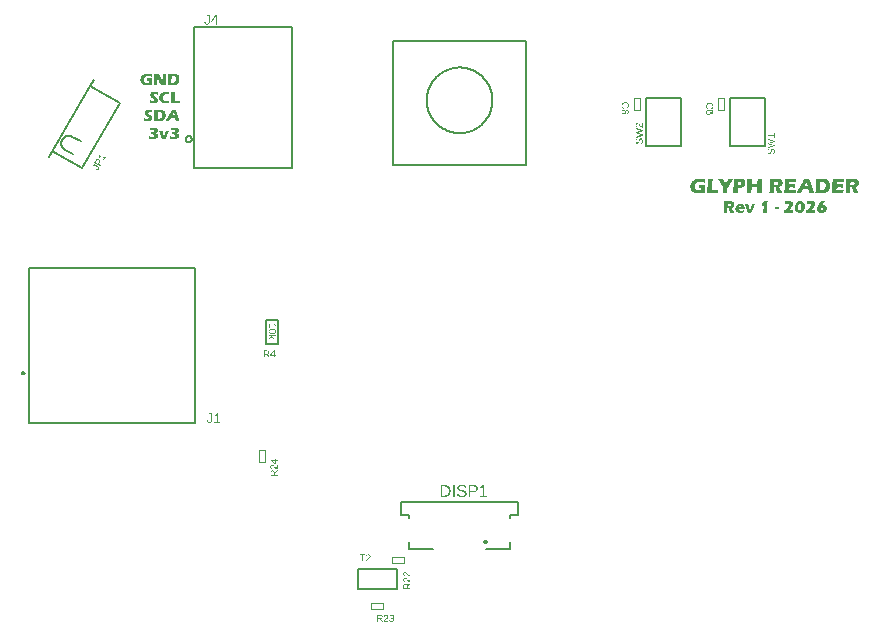
<source format=gbr>
G04 EAGLE Gerber RS-274X export*
G75*
%MOMM*%
%FSLAX34Y34*%
%LPD*%
%INSilkscreen Top*%
%IPPOS*%
%AMOC8*
5,1,8,0,0,1.08239X$1,22.5*%
G01*
G04 Define Apertures*
%ADD10C,0.100000*%
%ADD11C,0.127000*%
%ADD12C,0.200000*%
%ADD13C,0.152400*%
G36*
X687455Y509778D02*
X683917Y509804D01*
X682296Y509778D01*
X682460Y511576D01*
X682561Y512975D01*
X682667Y515024D01*
X682772Y517599D01*
X682832Y519463D01*
X682852Y520709D01*
X682852Y521733D01*
X684620Y521707D01*
X685450Y521717D01*
X686503Y521747D01*
X687633Y521776D01*
X688692Y521786D01*
X689261Y521777D01*
X689793Y521751D01*
X690289Y521707D01*
X690750Y521646D01*
X691184Y521557D01*
X691604Y521431D01*
X692010Y521268D01*
X692400Y521068D01*
X692768Y520832D01*
X693104Y520562D01*
X693409Y520258D01*
X693683Y519920D01*
X693926Y519551D01*
X694138Y519151D01*
X694320Y518721D01*
X694471Y518261D01*
X694590Y517782D01*
X694675Y517296D01*
X694725Y516803D01*
X694742Y516303D01*
X694729Y515813D01*
X694690Y515332D01*
X694624Y514860D01*
X694532Y514398D01*
X694417Y513952D01*
X694280Y513528D01*
X694123Y513126D01*
X693945Y512747D01*
X693749Y512392D01*
X693537Y512063D01*
X693309Y511759D01*
X693065Y511482D01*
X692804Y511226D01*
X692525Y510990D01*
X692228Y510773D01*
X691913Y510575D01*
X691429Y510325D01*
X690941Y510137D01*
X690673Y510062D01*
X690361Y509995D01*
X690003Y509935D01*
X689601Y509883D01*
X689112Y509837D01*
X688592Y509804D01*
X688039Y509785D01*
X687455Y509778D01*
G37*
%LPC*%
G36*
X687090Y512371D02*
X687524Y512380D01*
X687934Y512410D01*
X688321Y512459D01*
X688683Y512528D01*
X689022Y512629D01*
X689340Y512776D01*
X689637Y512967D01*
X689913Y513203D01*
X690160Y513479D01*
X690373Y513793D01*
X690552Y514143D01*
X690696Y514530D01*
X690807Y514937D01*
X690886Y515350D01*
X690934Y515767D01*
X690950Y516189D01*
X690926Y516690D01*
X690856Y517149D01*
X690738Y517568D01*
X690573Y517945D01*
X690369Y518275D01*
X690134Y518551D01*
X689868Y518772D01*
X689570Y518939D01*
X689229Y519062D01*
X688831Y519150D01*
X688377Y519202D01*
X687867Y519220D01*
X687179Y519207D01*
X686378Y519167D01*
X686083Y512414D01*
X686575Y512381D01*
X687090Y512371D01*
G37*
%LPD*%
G36*
X636651Y509778D02*
X634740Y509796D01*
X632689Y509778D01*
X632789Y510863D01*
X632873Y512033D01*
X632938Y513289D01*
X632987Y514630D01*
X628215Y514630D01*
X628068Y509778D01*
X626034Y509796D01*
X624158Y509778D01*
X624497Y514560D01*
X624653Y518046D01*
X624697Y519596D01*
X624714Y520893D01*
X624705Y521733D01*
X626766Y521716D01*
X628625Y521733D01*
X628530Y520513D01*
X628454Y519366D01*
X628396Y518293D01*
X628357Y517293D01*
X633124Y517293D01*
X633166Y518139D01*
X633206Y519237D01*
X633246Y520908D01*
X633228Y521733D01*
X635301Y521716D01*
X637138Y521733D01*
X636882Y517808D01*
X636796Y516279D01*
X636738Y515038D01*
X636700Y513886D01*
X636673Y512626D01*
X636651Y509778D01*
G37*
G36*
X583560Y509550D02*
X582967Y509562D01*
X582380Y509598D01*
X581798Y509659D01*
X581221Y509743D01*
X580663Y509854D01*
X580134Y509995D01*
X579636Y510165D01*
X579167Y510365D01*
X578733Y510599D01*
X578336Y510871D01*
X577977Y511181D01*
X577656Y511530D01*
X577371Y511915D01*
X577121Y512333D01*
X576905Y512786D01*
X576723Y513273D01*
X576580Y513781D01*
X576477Y514297D01*
X576416Y514823D01*
X576395Y515357D01*
X576409Y515798D01*
X576450Y516230D01*
X576519Y516655D01*
X576616Y517072D01*
X576741Y517480D01*
X576893Y517881D01*
X577072Y518274D01*
X577280Y518659D01*
X577513Y519030D01*
X577770Y519381D01*
X578052Y519713D01*
X578358Y520024D01*
X578688Y520316D01*
X579043Y520588D01*
X579421Y520840D01*
X579824Y521072D01*
X580254Y521281D01*
X580714Y521461D01*
X581205Y521614D01*
X581726Y521739D01*
X582277Y521836D01*
X582858Y521906D01*
X583470Y521947D01*
X584111Y521961D01*
X584597Y521954D01*
X585096Y521932D01*
X585608Y521896D01*
X586132Y521845D01*
X587220Y521700D01*
X588359Y521497D01*
X588366Y520839D01*
X588388Y520146D01*
X588473Y518650D01*
X587453Y518970D01*
X587030Y519075D01*
X586542Y519172D01*
X586034Y519251D01*
X585552Y519307D01*
X585109Y519340D01*
X584716Y519351D01*
X584240Y519334D01*
X583778Y519282D01*
X583330Y519196D01*
X582894Y519075D01*
X582480Y518919D01*
X582096Y518725D01*
X581742Y518494D01*
X581418Y518226D01*
X581129Y517925D01*
X580878Y517596D01*
X580667Y517239D01*
X580494Y516855D01*
X580360Y516451D01*
X580264Y516036D01*
X580207Y515610D01*
X580187Y515173D01*
X580209Y514735D01*
X580275Y514320D01*
X580385Y513931D01*
X580538Y513566D01*
X580632Y513395D01*
X580739Y513235D01*
X580858Y513085D01*
X580991Y512945D01*
X581295Y512698D01*
X581650Y512493D01*
X582042Y512332D01*
X582456Y512217D01*
X582892Y512148D01*
X583349Y512125D01*
X583748Y512140D01*
X584166Y512182D01*
X584602Y512253D01*
X585057Y512353D01*
X585157Y514254D01*
X584481Y514280D01*
X583551Y514271D01*
X583612Y515348D01*
X583638Y515852D01*
X583656Y516750D01*
X585942Y516732D01*
X588850Y516750D01*
X588735Y515300D01*
X588618Y513351D01*
X588523Y511422D01*
X588474Y510032D01*
X587553Y509873D01*
X586805Y509765D01*
X586077Y509686D01*
X585215Y509616D01*
X584337Y509567D01*
X583560Y509550D01*
G37*
G36*
X681366Y509778D02*
X679525Y509796D01*
X677359Y509778D01*
X677146Y510532D01*
X676889Y511350D01*
X676590Y512231D01*
X676249Y513176D01*
X671840Y513176D01*
X671065Y511556D01*
X670265Y509778D01*
X668266Y509796D01*
X666117Y509778D01*
X666845Y511039D01*
X671375Y519570D01*
X671857Y520525D01*
X672444Y521733D01*
X674695Y521716D01*
X676981Y521733D01*
X678259Y518081D01*
X680858Y511057D01*
X681366Y509778D01*
G37*
%LPC*%
G36*
X675619Y515725D02*
X674509Y519126D01*
X673975Y517957D01*
X673529Y517019D01*
X672899Y515725D01*
X675619Y515725D01*
G37*
%LPD*%
G36*
X654066Y509778D02*
X652123Y509796D01*
X650057Y509778D01*
X649549Y511468D01*
X649410Y511926D01*
X649294Y512265D01*
X648672Y514008D01*
X647768Y516487D01*
X648237Y516421D01*
X648697Y516399D01*
X649009Y516412D01*
X649307Y516448D01*
X649589Y516508D01*
X649857Y516592D01*
X650102Y516702D01*
X650315Y516837D01*
X650496Y516999D01*
X650646Y517188D01*
X650762Y517392D01*
X650846Y517602D01*
X650896Y517817D01*
X650913Y518037D01*
X650900Y518220D01*
X650862Y518391D01*
X650799Y518551D01*
X650711Y518699D01*
X650596Y518832D01*
X650452Y518947D01*
X650278Y519044D01*
X650076Y519123D01*
X649830Y519185D01*
X649526Y519228D01*
X649162Y519255D01*
X648741Y519264D01*
X648106Y519250D01*
X647339Y519228D01*
X647233Y517236D01*
X647141Y514849D01*
X647069Y512290D01*
X647028Y509778D01*
X645125Y509796D01*
X643293Y509778D01*
X643442Y511243D01*
X643556Y512554D01*
X643646Y513888D01*
X643723Y515419D01*
X643785Y517092D01*
X643829Y518856D01*
X643855Y520480D01*
X643864Y521733D01*
X645633Y521707D01*
X646410Y521717D01*
X647340Y521747D01*
X648334Y521776D01*
X649302Y521786D01*
X650362Y521764D01*
X650845Y521737D01*
X651299Y521698D01*
X651620Y521660D01*
X651926Y521604D01*
X652217Y521533D01*
X652494Y521444D01*
X652753Y521343D01*
X652990Y521231D01*
X653206Y521109D01*
X653400Y520976D01*
X653737Y520683D01*
X653883Y520525D01*
X654013Y520358D01*
X654129Y520180D01*
X654231Y519987D01*
X654319Y519779D01*
X654394Y519557D01*
X654454Y519323D01*
X654496Y519081D01*
X654521Y518830D01*
X654530Y518572D01*
X654521Y518283D01*
X654493Y518003D01*
X654446Y517733D01*
X654381Y517472D01*
X654296Y517220D01*
X654189Y516975D01*
X654062Y516738D01*
X653912Y516509D01*
X653742Y516291D01*
X653551Y516089D01*
X653339Y515901D01*
X653107Y515729D01*
X652839Y515564D01*
X652523Y515398D01*
X652158Y515229D01*
X651745Y515059D01*
X652200Y513947D01*
X652612Y513001D01*
X653785Y510435D01*
X654066Y509778D01*
G37*
G36*
X718722Y509778D02*
X716779Y509796D01*
X714713Y509778D01*
X714205Y511468D01*
X714067Y511926D01*
X713950Y512265D01*
X713328Y514008D01*
X712425Y516487D01*
X712893Y516421D01*
X713353Y516399D01*
X713665Y516412D01*
X713963Y516448D01*
X714246Y516508D01*
X714514Y516592D01*
X714758Y516702D01*
X714971Y516837D01*
X715152Y516999D01*
X715302Y517188D01*
X715419Y517392D01*
X715502Y517602D01*
X715552Y517817D01*
X715569Y518037D01*
X715556Y518220D01*
X715519Y518391D01*
X715456Y518551D01*
X715367Y518699D01*
X715252Y518832D01*
X715108Y518947D01*
X714935Y519044D01*
X714732Y519123D01*
X714486Y519185D01*
X714182Y519228D01*
X713819Y519255D01*
X713397Y519264D01*
X712762Y519250D01*
X711995Y519228D01*
X711890Y517236D01*
X711797Y514849D01*
X711725Y512290D01*
X711684Y509778D01*
X709782Y509796D01*
X707949Y509778D01*
X708098Y511243D01*
X708213Y512554D01*
X708303Y513888D01*
X708379Y515419D01*
X708441Y517092D01*
X708485Y518856D01*
X708511Y520480D01*
X708520Y521733D01*
X710289Y521707D01*
X711066Y521717D01*
X711997Y521747D01*
X712990Y521776D01*
X713958Y521786D01*
X715018Y521764D01*
X715502Y521737D01*
X715955Y521698D01*
X716276Y521660D01*
X716582Y521604D01*
X716873Y521533D01*
X717150Y521444D01*
X717409Y521343D01*
X717646Y521231D01*
X717862Y521109D01*
X718057Y520976D01*
X718394Y520683D01*
X718539Y520525D01*
X718669Y520358D01*
X718785Y520180D01*
X718887Y519987D01*
X718976Y519779D01*
X719050Y519557D01*
X719110Y519323D01*
X719152Y519081D01*
X719178Y518830D01*
X719186Y518572D01*
X719177Y518283D01*
X719149Y518003D01*
X719102Y517733D01*
X719037Y517472D01*
X718952Y517220D01*
X718846Y516975D01*
X718718Y516738D01*
X718569Y516509D01*
X718398Y516291D01*
X718207Y516089D01*
X717996Y515901D01*
X717763Y515729D01*
X717496Y515564D01*
X717179Y515398D01*
X716815Y515229D01*
X716401Y515059D01*
X716856Y513947D01*
X717268Y513001D01*
X718442Y510435D01*
X718722Y509778D01*
G37*
G36*
X665647Y509778D02*
X660961Y509796D01*
X657108Y509787D01*
X655864Y509778D01*
X656054Y511854D01*
X656184Y513562D01*
X656285Y515336D01*
X656386Y517613D01*
X656462Y519713D01*
X656487Y520963D01*
X656479Y521733D01*
X661479Y521716D01*
X666252Y521733D01*
X666234Y521445D01*
X666190Y520686D01*
X666138Y519734D01*
X666120Y519115D01*
X664566Y519167D01*
X663282Y519185D01*
X661579Y519180D01*
X660199Y519141D01*
X660093Y517126D01*
X661212Y517107D01*
X662502Y517100D01*
X665113Y517161D01*
X665028Y515933D01*
X664947Y514490D01*
X662618Y514508D01*
X661338Y514492D01*
X659913Y514446D01*
X659809Y512318D01*
X660816Y512318D01*
X662663Y512344D01*
X664475Y512388D01*
X665822Y512458D01*
X665726Y511140D01*
X665647Y509778D01*
G37*
G36*
X705929Y509778D02*
X701243Y509796D01*
X697389Y509787D01*
X696145Y509778D01*
X696335Y511854D01*
X696466Y513562D01*
X696567Y515336D01*
X696668Y517613D01*
X696743Y519713D01*
X696769Y520963D01*
X696760Y521733D01*
X701760Y521716D01*
X706533Y521733D01*
X706515Y521445D01*
X706472Y520686D01*
X706419Y519734D01*
X706401Y519115D01*
X704847Y519167D01*
X703564Y519185D01*
X701860Y519180D01*
X700481Y519141D01*
X700375Y517126D01*
X701494Y517107D01*
X702784Y517100D01*
X705394Y517161D01*
X705309Y515933D01*
X705228Y514490D01*
X702900Y514508D01*
X701619Y514492D01*
X700195Y514446D01*
X700091Y512318D01*
X701097Y512318D01*
X702944Y512344D01*
X704756Y512388D01*
X706104Y512458D01*
X706007Y511140D01*
X705929Y509778D01*
G37*
G36*
X616288Y509778D02*
X614544Y509796D01*
X612720Y509778D01*
X612894Y512020D01*
X613121Y516399D01*
X613216Y519500D01*
X613225Y520498D01*
X613216Y521733D01*
X615074Y521707D01*
X615873Y521717D01*
X616922Y521747D01*
X618007Y521776D01*
X618911Y521786D01*
X619460Y521777D01*
X619933Y521749D01*
X620330Y521702D01*
X620650Y521637D01*
X620926Y521552D01*
X621188Y521445D01*
X621436Y521318D01*
X621671Y521168D01*
X621889Y521002D01*
X622087Y520821D01*
X622266Y520627D01*
X622425Y520420D01*
X622564Y520198D01*
X622685Y519961D01*
X622788Y519709D01*
X622871Y519443D01*
X622937Y519168D01*
X622983Y518890D01*
X623011Y518610D01*
X623020Y518326D01*
X623011Y518036D01*
X622985Y517752D01*
X622940Y517474D01*
X622878Y517203D01*
X622798Y516938D01*
X622700Y516679D01*
X622584Y516427D01*
X622451Y516180D01*
X622301Y515945D01*
X622137Y515725D01*
X621959Y515520D01*
X621766Y515331D01*
X621558Y515157D01*
X621336Y514998D01*
X621099Y514855D01*
X620848Y514727D01*
X620586Y514614D01*
X620316Y514516D01*
X620037Y514433D01*
X619751Y514365D01*
X619457Y514313D01*
X619155Y514275D01*
X618845Y514252D01*
X618527Y514245D01*
X618017Y514271D01*
X617432Y514350D01*
X617332Y514851D01*
X617170Y515550D01*
X616994Y516244D01*
X616854Y516732D01*
X617248Y516673D01*
X617660Y516653D01*
X617874Y516660D01*
X618074Y516680D01*
X618260Y516713D01*
X618432Y516760D01*
X618590Y516819D01*
X618733Y516892D01*
X618863Y516979D01*
X618978Y517078D01*
X619168Y517302D01*
X619303Y517550D01*
X619351Y517683D01*
X619385Y517821D01*
X619405Y517966D01*
X619412Y518116D01*
X619406Y518261D01*
X619388Y518398D01*
X619315Y518646D01*
X619260Y518757D01*
X619191Y518857D01*
X619107Y518947D01*
X619009Y519027D01*
X618788Y519150D01*
X618545Y519220D01*
X618273Y519253D01*
X617967Y519264D01*
X617310Y519246D01*
X616574Y519193D01*
X616474Y517409D01*
X616401Y515436D01*
X616316Y512423D01*
X616288Y510917D01*
X616288Y509778D01*
G37*
G36*
X607491Y509778D02*
X605581Y509796D01*
X603654Y509778D01*
X603750Y510735D01*
X603864Y512187D01*
X603956Y513636D01*
X603987Y514586D01*
X599975Y521733D01*
X602154Y521716D01*
X604124Y521733D01*
X604536Y520774D01*
X605074Y519645D01*
X605618Y518497D01*
X606050Y517478D01*
X606958Y519060D01*
X607670Y520249D01*
X608195Y521117D01*
X608545Y521733D01*
X610685Y521716D01*
X612658Y521733D01*
X608813Y516067D01*
X607952Y514773D01*
X607737Y514429D01*
X607665Y514289D01*
X607657Y514201D01*
X607657Y514113D01*
X607648Y514026D01*
X607587Y512695D01*
X607532Y511304D01*
X607491Y509778D01*
G37*
G36*
X599863Y509778D02*
X595475Y509796D01*
X590535Y509778D01*
X590724Y511655D01*
X590852Y513150D01*
X591013Y515525D01*
X591129Y517884D01*
X591198Y520022D01*
X591221Y521733D01*
X593330Y521716D01*
X595116Y521733D01*
X594905Y518563D01*
X594641Y513605D01*
X594606Y512388D01*
X596569Y512362D01*
X598592Y512377D01*
X600056Y512423D01*
X599863Y509778D01*
G37*
G36*
X668812Y493086D02*
X668394Y493103D01*
X667990Y493154D01*
X667600Y493240D01*
X667222Y493359D01*
X666862Y493517D01*
X666525Y493718D01*
X666211Y493962D01*
X665919Y494249D01*
X665660Y494571D01*
X665443Y494922D01*
X665268Y495301D01*
X665135Y495709D01*
X665037Y496138D01*
X664967Y496582D01*
X664925Y497040D01*
X664911Y497512D01*
X664930Y498091D01*
X664988Y498664D01*
X665086Y499233D01*
X665222Y499796D01*
X665394Y500330D01*
X665596Y500813D01*
X665830Y501244D01*
X666094Y501624D01*
X666392Y501954D01*
X666726Y502239D01*
X667096Y502478D01*
X667502Y502671D01*
X667932Y502819D01*
X668374Y502925D01*
X668828Y502989D01*
X669295Y503010D01*
X669573Y503003D01*
X669845Y502983D01*
X670110Y502948D01*
X670367Y502900D01*
X670618Y502838D01*
X670862Y502762D01*
X671099Y502672D01*
X671330Y502569D01*
X671550Y502449D01*
X671758Y502309D01*
X671954Y502150D01*
X672137Y501971D01*
X672307Y501773D01*
X672465Y501555D01*
X672611Y501317D01*
X672744Y501060D01*
X672863Y500787D01*
X672966Y500502D01*
X673054Y500205D01*
X673125Y499896D01*
X673181Y499576D01*
X673220Y499243D01*
X673244Y498898D01*
X673252Y498542D01*
X673233Y497976D01*
X673174Y497412D01*
X673077Y496852D01*
X672940Y496294D01*
X672771Y495764D01*
X672573Y495289D01*
X672347Y494869D01*
X672093Y494504D01*
X671804Y494185D01*
X671472Y493904D01*
X671098Y493662D01*
X670682Y493457D01*
X670236Y493295D01*
X669776Y493179D01*
X669301Y493109D01*
X668812Y493086D01*
G37*
%LPC*%
G36*
X668924Y495145D02*
X669131Y495168D01*
X669333Y495236D01*
X669435Y495293D01*
X669538Y495373D01*
X669754Y495600D01*
X669861Y495752D01*
X669961Y495933D01*
X670055Y496144D01*
X670142Y496385D01*
X670288Y496907D01*
X670388Y497453D01*
X670445Y498014D01*
X670465Y498584D01*
X670444Y499141D01*
X670382Y499622D01*
X670336Y499834D01*
X670279Y500027D01*
X670213Y500201D01*
X670135Y500356D01*
X670049Y500492D01*
X669956Y500610D01*
X669856Y500710D01*
X669748Y500792D01*
X669634Y500855D01*
X669512Y500901D01*
X669382Y500928D01*
X669246Y500937D01*
X669086Y500925D01*
X668934Y500888D01*
X668792Y500827D01*
X668658Y500741D01*
X668508Y500611D01*
X668376Y500459D01*
X668260Y500285D01*
X668160Y500090D01*
X668055Y499832D01*
X667964Y499556D01*
X667887Y499261D01*
X667824Y498948D01*
X667769Y498586D01*
X667730Y498206D01*
X667706Y497808D01*
X667698Y497393D01*
X667707Y497038D01*
X667733Y496715D01*
X667777Y496423D01*
X667838Y496164D01*
X667917Y495934D01*
X668014Y495732D01*
X668129Y495558D01*
X668262Y495411D01*
X668410Y495295D01*
X668569Y495212D01*
X668741Y495162D01*
X668924Y495145D01*
G37*
%LPD*%
G36*
X613322Y493268D02*
X611768Y493282D01*
X610116Y493268D01*
X609709Y494620D01*
X609506Y495257D01*
X609008Y496651D01*
X608286Y498633D01*
X608661Y498580D01*
X609028Y498563D01*
X609278Y498572D01*
X609516Y498601D01*
X609742Y498650D01*
X609956Y498717D01*
X610152Y498804D01*
X610322Y498913D01*
X610467Y499043D01*
X610587Y499193D01*
X610680Y499356D01*
X610747Y499524D01*
X610787Y499696D01*
X610800Y499873D01*
X610790Y500019D01*
X610760Y500155D01*
X610710Y500283D01*
X610639Y500401D01*
X610547Y500508D01*
X610432Y500600D01*
X610293Y500678D01*
X610131Y500741D01*
X609935Y500790D01*
X609691Y500825D01*
X609401Y500846D01*
X609063Y500853D01*
X608555Y500843D01*
X607943Y500825D01*
X607858Y499232D01*
X607784Y497323D01*
X607727Y495276D01*
X607694Y493268D01*
X606172Y493282D01*
X604707Y493268D01*
X604826Y494439D01*
X604918Y495488D01*
X604990Y496555D01*
X605051Y497778D01*
X605100Y499117D01*
X605135Y500527D01*
X605163Y502828D01*
X606578Y502807D01*
X607199Y502815D01*
X607943Y502839D01*
X608738Y502862D01*
X609512Y502870D01*
X610359Y502853D01*
X611109Y502800D01*
X611365Y502769D01*
X611610Y502725D01*
X611843Y502668D01*
X612065Y502597D01*
X612461Y502426D01*
X612789Y502222D01*
X613059Y501989D01*
X613280Y501729D01*
X613454Y501432D01*
X613584Y501088D01*
X613632Y500901D01*
X613666Y500707D01*
X613686Y500507D01*
X613693Y500300D01*
X613685Y500069D01*
X613663Y499845D01*
X613626Y499629D01*
X613574Y499421D01*
X613506Y499219D01*
X613420Y499023D01*
X613318Y498834D01*
X613199Y498650D01*
X613063Y498476D01*
X612910Y498314D01*
X612741Y498165D01*
X612555Y498027D01*
X612341Y497895D01*
X612088Y497762D01*
X611466Y497491D01*
X611830Y496602D01*
X612159Y495845D01*
X613097Y493793D01*
X613322Y493268D01*
G37*
G36*
X687618Y493086D02*
X687306Y493093D01*
X687005Y493112D01*
X686714Y493146D01*
X686434Y493192D01*
X686164Y493251D01*
X685904Y493324D01*
X685654Y493410D01*
X685416Y493510D01*
X685190Y493620D01*
X684980Y493741D01*
X684786Y493872D01*
X684608Y494012D01*
X684446Y494162D01*
X684301Y494323D01*
X684171Y494492D01*
X684057Y494672D01*
X683871Y495051D01*
X683739Y495449D01*
X683693Y495655D01*
X683660Y495865D01*
X683640Y496081D01*
X683633Y496301D01*
X683640Y496562D01*
X683662Y496836D01*
X683749Y497421D01*
X683824Y497741D01*
X683934Y498089D01*
X684080Y498467D01*
X684260Y498875D01*
X684476Y499312D01*
X684729Y499782D01*
X685345Y500818D01*
X686041Y501870D01*
X686394Y502361D01*
X686750Y502828D01*
X690336Y502828D01*
X688924Y501168D01*
X688442Y500535D01*
X687990Y499883D01*
X687590Y499245D01*
X687263Y498654D01*
X686995Y498092D01*
X686770Y497540D01*
X686668Y497229D01*
X686599Y496938D01*
X686560Y496667D01*
X686547Y496413D01*
X686555Y496250D01*
X686580Y496091D01*
X686621Y495935D01*
X686679Y495782D01*
X686754Y495640D01*
X686845Y495513D01*
X686953Y495402D01*
X687077Y495306D01*
X687217Y495229D01*
X687369Y495175D01*
X687534Y495142D01*
X687713Y495131D01*
X687882Y495141D01*
X688042Y495172D01*
X688191Y495224D01*
X688331Y495296D01*
X688457Y495386D01*
X688565Y495492D01*
X688657Y495613D01*
X688732Y495751D01*
X688790Y495898D01*
X688832Y496049D01*
X688857Y496205D01*
X688865Y496364D01*
X688858Y496501D01*
X688839Y496628D01*
X688807Y496746D01*
X688762Y496854D01*
X688634Y497041D01*
X688455Y497190D01*
X688251Y497303D01*
X688046Y497384D01*
X687843Y497433D01*
X687639Y497449D01*
X687261Y497414D01*
X687863Y498416D01*
X688431Y499368D01*
X688786Y499416D01*
X689124Y499431D01*
X689516Y499412D01*
X689888Y499353D01*
X690240Y499254D01*
X690570Y499116D01*
X690871Y498937D01*
X691133Y498714D01*
X691356Y498448D01*
X691540Y498139D01*
X691684Y497799D01*
X691787Y497440D01*
X691849Y497062D01*
X691870Y496665D01*
X691860Y496398D01*
X691832Y496135D01*
X691785Y495878D01*
X691719Y495625D01*
X691636Y495379D01*
X691536Y495143D01*
X691420Y494917D01*
X691288Y494700D01*
X691140Y494494D01*
X690974Y494299D01*
X690791Y494116D01*
X690591Y493944D01*
X690379Y493787D01*
X690161Y493651D01*
X689935Y493533D01*
X689702Y493436D01*
X689214Y493283D01*
X688697Y493173D01*
X688161Y493108D01*
X687618Y493086D01*
G37*
G36*
X663096Y493268D02*
X659447Y493282D01*
X655560Y493268D01*
X655605Y494139D01*
X655651Y495248D01*
X656349Y495835D01*
X656989Y496404D01*
X657920Y497287D01*
X658740Y498114D01*
X659300Y498725D01*
X659762Y499284D01*
X659960Y499573D01*
X660077Y499809D01*
X660119Y499958D01*
X660133Y500110D01*
X660111Y500300D01*
X660042Y500464D01*
X659925Y500603D01*
X659755Y500720D01*
X659538Y500815D01*
X659279Y500888D01*
X658979Y500935D01*
X658641Y500951D01*
X658138Y500930D01*
X657608Y500867D01*
X656967Y500745D01*
X656127Y500545D01*
X656309Y501546D01*
X656386Y501986D01*
X656491Y502702D01*
X657398Y502837D01*
X658276Y502933D01*
X659124Y502991D01*
X659944Y503010D01*
X660308Y503002D01*
X660664Y502977D01*
X661012Y502935D01*
X661352Y502877D01*
X661679Y502799D01*
X661989Y502698D01*
X662282Y502573D01*
X662557Y502425D01*
X662806Y502260D01*
X663022Y502081D01*
X663205Y501888D01*
X663355Y501683D01*
X663471Y501467D01*
X663555Y501243D01*
X663605Y501010D01*
X663621Y500769D01*
X663602Y500449D01*
X663544Y500132D01*
X663434Y499804D01*
X663257Y499424D01*
X662959Y498924D01*
X662599Y498430D01*
X661972Y497682D01*
X661254Y496910D01*
X660452Y496122D01*
X659503Y495243D01*
X660273Y495236D01*
X661355Y495250D01*
X662480Y495278D01*
X663257Y495341D01*
X663190Y494501D01*
X663096Y493268D01*
G37*
G36*
X681783Y493268D02*
X678134Y493282D01*
X674247Y493268D01*
X674293Y494139D01*
X674338Y495248D01*
X675037Y495835D01*
X675676Y496404D01*
X676608Y497287D01*
X677427Y498114D01*
X677987Y498725D01*
X678450Y499284D01*
X678647Y499573D01*
X678765Y499809D01*
X678807Y499958D01*
X678821Y500110D01*
X678798Y500300D01*
X678730Y500464D01*
X678612Y500603D01*
X678443Y500720D01*
X678225Y500815D01*
X677966Y500888D01*
X677667Y500935D01*
X677329Y500951D01*
X676826Y500930D01*
X676296Y500867D01*
X675654Y500745D01*
X674815Y500545D01*
X674997Y501546D01*
X675074Y501986D01*
X675179Y502702D01*
X676085Y502837D01*
X676963Y502933D01*
X677812Y502991D01*
X678632Y503010D01*
X678995Y503002D01*
X679351Y502977D01*
X679699Y502935D01*
X680039Y502877D01*
X680367Y502799D01*
X680677Y502698D01*
X680969Y502573D01*
X681244Y502425D01*
X681494Y502260D01*
X681710Y502081D01*
X681893Y501888D01*
X682043Y501683D01*
X682159Y501467D01*
X682242Y501243D01*
X682292Y501010D01*
X682309Y500769D01*
X682289Y500449D01*
X682232Y500132D01*
X682121Y499804D01*
X681944Y499424D01*
X681647Y498924D01*
X681286Y498430D01*
X680659Y497682D01*
X679941Y496910D01*
X679139Y496122D01*
X678190Y495243D01*
X678961Y495236D01*
X680043Y495250D01*
X681167Y495278D01*
X681944Y495341D01*
X681878Y494501D01*
X681783Y493268D01*
G37*
G36*
X618797Y493086D02*
X618388Y493093D01*
X617996Y493115D01*
X617621Y493151D01*
X617263Y493201D01*
X616925Y493270D01*
X616610Y493361D01*
X616320Y493475D01*
X616055Y493611D01*
X615811Y493767D01*
X615588Y493940D01*
X615385Y494132D01*
X615204Y494342D01*
X615042Y494571D01*
X614902Y494820D01*
X614781Y495090D01*
X614682Y495381D01*
X614604Y495684D01*
X614548Y495992D01*
X614514Y496303D01*
X614503Y496620D01*
X614526Y497065D01*
X614593Y497506D01*
X614704Y497941D01*
X614860Y498372D01*
X615052Y498778D01*
X615269Y499136D01*
X615512Y499448D01*
X615781Y499712D01*
X616074Y499936D01*
X616388Y500125D01*
X616724Y500279D01*
X617081Y500398D01*
X617451Y500487D01*
X617825Y500550D01*
X618203Y500588D01*
X618586Y500601D01*
X618981Y500589D01*
X619366Y500555D01*
X619743Y500497D01*
X620110Y500415D01*
X620458Y500305D01*
X620779Y500161D01*
X621073Y499981D01*
X621339Y499768D01*
X621573Y499529D01*
X621771Y499275D01*
X621932Y499007D01*
X622057Y498724D01*
X622150Y498428D01*
X622217Y498120D01*
X622257Y497801D01*
X622270Y497470D01*
X622248Y497048D01*
X622179Y496581D01*
X619360Y496577D01*
X617270Y496574D01*
X617263Y496372D01*
X617271Y496189D01*
X617296Y496020D01*
X617339Y495863D01*
X617398Y495718D01*
X617473Y495585D01*
X617566Y495465D01*
X617676Y495358D01*
X617802Y495263D01*
X618087Y495107D01*
X618401Y494996D01*
X618745Y494929D01*
X619119Y494907D01*
X619358Y494914D01*
X619613Y494934D01*
X620173Y495015D01*
X620834Y495162D01*
X621633Y495383D01*
X621500Y494665D01*
X621283Y493352D01*
X620535Y493218D01*
X619917Y493138D01*
X619360Y493099D01*
X618797Y493086D01*
G37*
%LPC*%
G36*
X619637Y497645D02*
X619644Y497848D01*
X619636Y498024D01*
X619612Y498186D01*
X619571Y498336D01*
X619514Y498472D01*
X619443Y498593D01*
X619357Y498696D01*
X619257Y498782D01*
X619143Y498850D01*
X619019Y498902D01*
X618887Y498939D01*
X618747Y498962D01*
X618600Y498969D01*
X618394Y498952D01*
X618194Y498903D01*
X618008Y498820D01*
X617841Y498706D01*
X617696Y498567D01*
X617578Y498409D01*
X617487Y498243D01*
X617424Y498083D01*
X617326Y497645D01*
X619637Y497645D01*
G37*
%LPD*%
G36*
X628125Y493268D02*
X626669Y493282D01*
X625127Y493268D01*
X624384Y495565D01*
X622709Y500419D01*
X624195Y500405D01*
X625541Y500419D01*
X625718Y499754D01*
X626011Y498727D01*
X626379Y497405D01*
X626782Y495852D01*
X626964Y496434D01*
X627293Y497330D01*
X628405Y500419D01*
X629833Y500405D01*
X631275Y500419D01*
X630309Y498339D01*
X628510Y494207D01*
X628125Y493268D01*
G37*
G36*
X641256Y493268D02*
X639807Y493282D01*
X638154Y493268D01*
X638257Y494688D01*
X638384Y496777D01*
X638494Y498855D01*
X638544Y500244D01*
X638041Y499925D01*
X636978Y499179D01*
X637055Y500576D01*
X637090Y501757D01*
X637897Y502240D01*
X638449Y502594D01*
X638753Y502828D01*
X640190Y502814D01*
X641768Y502828D01*
X641628Y501266D01*
X641326Y496084D01*
X641256Y494178D01*
X641256Y493268D01*
G37*
G36*
X651323Y496013D02*
X649439Y496034D01*
X647562Y496013D01*
X647630Y497010D01*
X647667Y497961D01*
X648634Y497940D01*
X649544Y497933D01*
X650463Y497940D01*
X651428Y497961D01*
X651360Y497020D01*
X651323Y496013D01*
G37*
G36*
X126330Y570738D02*
X123501Y570759D01*
X122205Y570738D01*
X122336Y572176D01*
X122417Y573294D01*
X122501Y574933D01*
X122586Y576992D01*
X122633Y578482D01*
X122649Y579479D01*
X122649Y580298D01*
X124063Y580277D01*
X124727Y580285D01*
X125569Y580309D01*
X126472Y580332D01*
X127319Y580340D01*
X127774Y580333D01*
X128200Y580312D01*
X128597Y580277D01*
X128965Y580228D01*
X129312Y580157D01*
X129648Y580057D01*
X129972Y579926D01*
X130285Y579766D01*
X130578Y579577D01*
X130847Y579361D01*
X131091Y579118D01*
X131310Y578848D01*
X131505Y578553D01*
X131674Y578233D01*
X131820Y577889D01*
X131940Y577521D01*
X132035Y577138D01*
X132103Y576750D01*
X132144Y576356D01*
X132158Y575956D01*
X132147Y575564D01*
X132115Y575179D01*
X132063Y574802D01*
X131989Y574432D01*
X131897Y574076D01*
X131788Y573736D01*
X131662Y573415D01*
X131520Y573112D01*
X131363Y572828D01*
X131194Y572565D01*
X131011Y572322D01*
X130816Y572100D01*
X130608Y571896D01*
X130385Y571707D01*
X130147Y571534D01*
X129895Y571375D01*
X129508Y571176D01*
X129118Y571025D01*
X128904Y570965D01*
X128654Y570911D01*
X128046Y570822D01*
X127239Y570759D01*
X126330Y570738D01*
G37*
%LPC*%
G36*
X126038Y572811D02*
X126385Y572819D01*
X126714Y572843D01*
X127022Y572882D01*
X127312Y572937D01*
X127583Y573018D01*
X127838Y573135D01*
X128075Y573288D01*
X128295Y573476D01*
X128493Y573698D01*
X128664Y573948D01*
X128807Y574228D01*
X128922Y574538D01*
X129011Y574863D01*
X129074Y575193D01*
X129112Y575527D01*
X129125Y575865D01*
X129106Y576265D01*
X129050Y576633D01*
X128955Y576967D01*
X128824Y577269D01*
X128661Y577533D01*
X128473Y577753D01*
X128260Y577930D01*
X128022Y578064D01*
X127749Y578162D01*
X127431Y578232D01*
X127068Y578274D01*
X126660Y578288D01*
X126110Y578278D01*
X125469Y578246D01*
X125233Y572846D01*
X125627Y572820D01*
X126038Y572811D01*
G37*
%LPD*%
G36*
X138018Y601218D02*
X135188Y601239D01*
X133893Y601218D01*
X134023Y602656D01*
X134104Y603774D01*
X134189Y605413D01*
X134273Y607472D01*
X134321Y608962D01*
X134337Y609959D01*
X134337Y610778D01*
X135751Y610757D01*
X136414Y610765D01*
X137256Y610789D01*
X138160Y610812D01*
X139007Y610820D01*
X139461Y610813D01*
X139887Y610792D01*
X140284Y610757D01*
X140652Y610708D01*
X141000Y610637D01*
X141336Y610537D01*
X141660Y610406D01*
X141972Y610246D01*
X142266Y610057D01*
X142535Y609841D01*
X142779Y609598D01*
X142998Y609328D01*
X143192Y609033D01*
X143362Y608713D01*
X143507Y608369D01*
X143628Y608001D01*
X143723Y607618D01*
X143791Y607230D01*
X143831Y606836D01*
X143845Y606436D01*
X143835Y606044D01*
X143803Y605659D01*
X143750Y605282D01*
X143677Y604912D01*
X143585Y604556D01*
X143476Y604216D01*
X143350Y603895D01*
X143208Y603592D01*
X143051Y603308D01*
X142881Y603045D01*
X142699Y602802D01*
X142504Y602580D01*
X142295Y602376D01*
X142072Y602187D01*
X141835Y602014D01*
X141583Y601855D01*
X141196Y601656D01*
X140805Y601505D01*
X140591Y601445D01*
X140341Y601391D01*
X139734Y601302D01*
X138927Y601239D01*
X138018Y601218D01*
G37*
%LPC*%
G36*
X137726Y603291D02*
X138073Y603299D01*
X138401Y603323D01*
X138710Y603362D01*
X138999Y603417D01*
X139271Y603498D01*
X139525Y603615D01*
X139763Y603768D01*
X139983Y603956D01*
X140181Y604178D01*
X140351Y604428D01*
X140494Y604708D01*
X140609Y605018D01*
X140698Y605343D01*
X140762Y605673D01*
X140800Y606007D01*
X140812Y606345D01*
X140794Y606745D01*
X140737Y607113D01*
X140643Y607447D01*
X140511Y607749D01*
X140348Y608013D01*
X140160Y608233D01*
X139947Y608410D01*
X139709Y608544D01*
X139436Y608642D01*
X139118Y608712D01*
X138755Y608754D01*
X138347Y608768D01*
X137797Y608758D01*
X137156Y608726D01*
X136921Y603326D01*
X137314Y603300D01*
X137726Y603291D01*
G37*
%LPD*%
G36*
X132064Y601218D02*
X130361Y601232D01*
X128538Y601218D01*
X128000Y602213D01*
X126825Y604210D01*
X126267Y605170D01*
X125755Y606088D01*
X125428Y606683D01*
X125090Y607335D01*
X124939Y604014D01*
X124868Y601218D01*
X123546Y601232D01*
X122104Y601218D01*
X122244Y602689D01*
X122518Y607675D01*
X122595Y609686D01*
X122595Y610778D01*
X124517Y610764D01*
X126193Y610778D01*
X129183Y605341D01*
X129595Y604542D01*
X129675Y605956D01*
X129757Y607842D01*
X129819Y609638D01*
X129839Y610778D01*
X131218Y610764D01*
X132589Y610778D01*
X132421Y608691D01*
X132106Y602892D01*
X132064Y601218D01*
G37*
G36*
X116457Y601036D02*
X115983Y601046D01*
X115513Y601074D01*
X115048Y601123D01*
X114587Y601190D01*
X114140Y601279D01*
X113718Y601391D01*
X113319Y601527D01*
X112945Y601687D01*
X112597Y601874D01*
X112280Y602092D01*
X111993Y602340D01*
X111736Y602619D01*
X111509Y602926D01*
X111308Y603261D01*
X111136Y603623D01*
X110990Y604013D01*
X110876Y604419D01*
X110793Y604832D01*
X110744Y605252D01*
X110728Y605679D01*
X110739Y606032D01*
X110772Y606378D01*
X110827Y606717D01*
X110905Y607050D01*
X111004Y607377D01*
X111126Y607698D01*
X111269Y608012D01*
X111435Y608320D01*
X111622Y608617D01*
X111828Y608897D01*
X112053Y609162D01*
X112298Y609412D01*
X112562Y609645D01*
X112845Y609862D01*
X113148Y610064D01*
X113470Y610249D01*
X113814Y610416D01*
X114182Y610560D01*
X114574Y610683D01*
X114990Y610783D01*
X115431Y610860D01*
X115896Y610916D01*
X116385Y610949D01*
X116898Y610960D01*
X117686Y610937D01*
X118514Y610867D01*
X119384Y610751D01*
X120295Y610589D01*
X120318Y609509D01*
X120386Y608313D01*
X119570Y608568D01*
X119232Y608653D01*
X118842Y608730D01*
X118435Y608793D01*
X118050Y608838D01*
X117696Y608864D01*
X117381Y608873D01*
X117001Y608859D01*
X116632Y608818D01*
X116273Y608749D01*
X115925Y608653D01*
X115593Y608527D01*
X115286Y608372D01*
X115003Y608188D01*
X114744Y607973D01*
X114513Y607733D01*
X114313Y607470D01*
X114144Y607185D01*
X114006Y606877D01*
X113898Y606554D01*
X113822Y606222D01*
X113776Y605882D01*
X113760Y605532D01*
X113778Y605181D01*
X113830Y604850D01*
X113918Y604539D01*
X114041Y604247D01*
X114201Y603982D01*
X114403Y603751D01*
X114646Y603553D01*
X114930Y603389D01*
X115243Y603260D01*
X115574Y603169D01*
X115923Y603113D01*
X116289Y603095D01*
X116608Y603106D01*
X116942Y603141D01*
X117291Y603197D01*
X117655Y603277D01*
X117734Y604797D01*
X117194Y604818D01*
X116450Y604811D01*
X116499Y605672D01*
X116520Y606075D01*
X116534Y606793D01*
X118362Y606779D01*
X120687Y606793D01*
X120595Y605634D01*
X120502Y604076D01*
X120426Y602533D01*
X120387Y601421D01*
X119650Y601294D01*
X119052Y601208D01*
X118470Y601144D01*
X117781Y601088D01*
X117079Y601049D01*
X116457Y601036D01*
G37*
G36*
X144225Y570738D02*
X142752Y570752D01*
X141021Y570738D01*
X140850Y571341D01*
X140645Y571995D01*
X140406Y572700D01*
X140133Y573455D01*
X136607Y573455D01*
X135988Y572160D01*
X135347Y570738D01*
X133749Y570752D01*
X132031Y570738D01*
X132613Y571747D01*
X136236Y578568D01*
X136621Y579332D01*
X137091Y580298D01*
X138890Y580284D01*
X140718Y580298D01*
X141740Y577378D01*
X143819Y571761D01*
X144225Y570738D01*
G37*
%LPC*%
G36*
X139629Y575494D02*
X138741Y578213D01*
X137958Y576528D01*
X137454Y575494D01*
X139629Y575494D01*
G37*
%LPD*%
G36*
X121297Y555316D02*
X120524Y555336D01*
X119788Y555396D01*
X118995Y555509D01*
X118054Y555687D01*
X117963Y556964D01*
X117872Y557949D01*
X118634Y557720D01*
X119359Y557555D01*
X119707Y557498D01*
X120046Y557457D01*
X120375Y557432D01*
X120695Y557424D01*
X121065Y557444D01*
X121398Y557502D01*
X121693Y557599D01*
X121952Y557736D01*
X122162Y557905D01*
X122312Y558101D01*
X122364Y558209D01*
X122402Y558323D01*
X122424Y558445D01*
X122432Y558573D01*
X122424Y558696D01*
X122401Y558811D01*
X122363Y558918D01*
X122310Y559016D01*
X122241Y559105D01*
X122158Y559186D01*
X121945Y559322D01*
X121668Y559426D01*
X121322Y559501D01*
X120909Y559545D01*
X120429Y559560D01*
X119791Y559541D01*
X119210Y559483D01*
X119299Y560567D01*
X119371Y561633D01*
X119887Y561565D01*
X120429Y561542D01*
X121005Y561562D01*
X121254Y561587D01*
X121476Y561622D01*
X121671Y561672D01*
X121842Y561741D01*
X121988Y561829D01*
X122109Y561936D01*
X122204Y562056D01*
X122272Y562180D01*
X122313Y562308D01*
X122327Y562442D01*
X122316Y562561D01*
X122284Y562674D01*
X122230Y562781D01*
X122155Y562881D01*
X122058Y562972D01*
X121940Y563048D01*
X121801Y563110D01*
X121640Y563157D01*
X121255Y563217D01*
X120786Y563237D01*
X120330Y563225D01*
X119847Y563188D01*
X119261Y563108D01*
X118495Y562964D01*
X118846Y564594D01*
X118930Y565058D01*
X119674Y565138D01*
X120387Y565195D01*
X121068Y565229D01*
X121717Y565240D01*
X122127Y565233D01*
X122528Y565212D01*
X122921Y565177D01*
X123307Y565128D01*
X123675Y565061D01*
X124015Y564970D01*
X124328Y564856D01*
X124613Y564718D01*
X124867Y564558D01*
X125084Y564376D01*
X125266Y564172D01*
X125412Y563945D01*
X125524Y563699D01*
X125603Y563439D01*
X125651Y563163D01*
X125667Y562873D01*
X125644Y562523D01*
X125573Y562187D01*
X125453Y561869D01*
X125282Y561574D01*
X125069Y561307D01*
X124820Y561073D01*
X124557Y560877D01*
X124302Y560723D01*
X124007Y560581D01*
X123629Y560422D01*
X124022Y560329D01*
X124319Y560233D01*
X124569Y560113D01*
X124820Y559949D01*
X125053Y559748D01*
X125247Y559515D01*
X125399Y559251D01*
X125506Y558958D01*
X125569Y558639D01*
X125590Y558300D01*
X125570Y557959D01*
X125511Y557632D01*
X125411Y557319D01*
X125272Y557018D01*
X125093Y556736D01*
X124878Y556479D01*
X124624Y556248D01*
X124333Y556041D01*
X124012Y555860D01*
X123668Y555707D01*
X123301Y555582D01*
X122911Y555484D01*
X122510Y555410D01*
X122107Y555358D01*
X121703Y555326D01*
X121297Y555316D01*
G37*
G36*
X139110Y555316D02*
X138336Y555336D01*
X137600Y555396D01*
X136808Y555509D01*
X135867Y555687D01*
X135776Y556964D01*
X135685Y557949D01*
X136447Y557720D01*
X137171Y557555D01*
X137519Y557498D01*
X137858Y557457D01*
X138187Y557432D01*
X138507Y557424D01*
X138877Y557444D01*
X139210Y557502D01*
X139506Y557599D01*
X139764Y557736D01*
X139974Y557905D01*
X140124Y558101D01*
X140177Y558209D01*
X140214Y558323D01*
X140237Y558445D01*
X140244Y558573D01*
X140237Y558696D01*
X140214Y558811D01*
X140176Y558918D01*
X140122Y559016D01*
X140054Y559105D01*
X139970Y559186D01*
X139757Y559322D01*
X139480Y559426D01*
X139135Y559501D01*
X138722Y559545D01*
X138241Y559560D01*
X137604Y559541D01*
X137022Y559483D01*
X137112Y560567D01*
X137183Y561633D01*
X137700Y561565D01*
X138241Y561542D01*
X138818Y561562D01*
X139066Y561587D01*
X139288Y561622D01*
X139484Y561672D01*
X139655Y561741D01*
X139801Y561829D01*
X139922Y561936D01*
X140017Y562056D01*
X140085Y562180D01*
X140125Y562308D01*
X140139Y562442D01*
X140128Y562561D01*
X140096Y562674D01*
X140043Y562781D01*
X139967Y562881D01*
X139871Y562972D01*
X139753Y563048D01*
X139614Y563110D01*
X139453Y563157D01*
X139067Y563217D01*
X138598Y563237D01*
X138143Y563225D01*
X137660Y563188D01*
X137073Y563108D01*
X136308Y562964D01*
X136658Y564594D01*
X136742Y565058D01*
X137486Y565138D01*
X138199Y565195D01*
X138880Y565229D01*
X139530Y565240D01*
X139939Y565233D01*
X140340Y565212D01*
X140734Y565177D01*
X141120Y565128D01*
X141488Y565061D01*
X141828Y564970D01*
X142141Y564856D01*
X142426Y564718D01*
X142679Y564558D01*
X142897Y564376D01*
X143078Y564172D01*
X143224Y563945D01*
X143336Y563699D01*
X143416Y563439D01*
X143464Y563163D01*
X143480Y562873D01*
X143456Y562523D01*
X143385Y562187D01*
X143265Y561869D01*
X143095Y561574D01*
X142881Y561307D01*
X142632Y561073D01*
X142370Y560877D01*
X142114Y560723D01*
X141820Y560581D01*
X141442Y560422D01*
X141835Y560329D01*
X142132Y560233D01*
X142381Y560113D01*
X142632Y559949D01*
X142865Y559748D01*
X143060Y559515D01*
X143212Y559251D01*
X143319Y558958D01*
X143382Y558639D01*
X143403Y558300D01*
X143383Y557959D01*
X143323Y557632D01*
X143224Y557319D01*
X143084Y557018D01*
X142906Y556736D01*
X142690Y556479D01*
X142437Y556248D01*
X142146Y556041D01*
X141824Y555860D01*
X141480Y555707D01*
X141113Y555582D01*
X140724Y555484D01*
X140322Y555410D01*
X139919Y555358D01*
X139515Y555326D01*
X139110Y555316D01*
G37*
G36*
X132180Y585796D02*
X131623Y585814D01*
X131085Y585867D01*
X130567Y585955D01*
X130068Y586080D01*
X129590Y586244D01*
X129132Y586454D01*
X128693Y586710D01*
X128275Y587011D01*
X127896Y587349D01*
X127576Y587716D01*
X127313Y588111D01*
X127204Y588319D01*
X127109Y588534D01*
X126956Y588985D01*
X126847Y589462D01*
X126781Y589966D01*
X126759Y590495D01*
X126766Y590808D01*
X126789Y591113D01*
X126826Y591410D01*
X126877Y591699D01*
X126944Y591980D01*
X127025Y592253D01*
X127121Y592518D01*
X127232Y592775D01*
X127356Y593023D01*
X127494Y593260D01*
X127644Y593487D01*
X127808Y593703D01*
X127984Y593909D01*
X128173Y594104D01*
X128591Y594463D01*
X129044Y594777D01*
X129519Y595043D01*
X130016Y595260D01*
X130534Y595430D01*
X131067Y595557D01*
X131609Y595648D01*
X132160Y595702D01*
X132719Y595720D01*
X133268Y595704D01*
X133878Y595654D01*
X134550Y595571D01*
X135283Y595454D01*
X135297Y594866D01*
X135339Y594018D01*
X135388Y593220D01*
X134646Y593385D01*
X134060Y593486D01*
X133571Y593539D01*
X133118Y593556D01*
X132658Y593532D01*
X132220Y593462D01*
X131807Y593343D01*
X131417Y593178D01*
X131058Y592967D01*
X130741Y592714D01*
X130463Y592418D01*
X130226Y592078D01*
X130036Y591708D01*
X129900Y591318D01*
X129853Y591116D01*
X129819Y590910D01*
X129798Y590698D01*
X129792Y590481D01*
X129814Y590096D01*
X129883Y589740D01*
X129997Y589412D01*
X130156Y589112D01*
X130354Y588843D01*
X130584Y588606D01*
X130846Y588402D01*
X131140Y588230D01*
X131468Y588093D01*
X131832Y587996D01*
X132233Y587938D01*
X132670Y587918D01*
X133189Y587938D01*
X133752Y587999D01*
X134412Y588117D01*
X135220Y588310D01*
X135016Y587162D01*
X134917Y586508D01*
X134855Y586020D01*
X134126Y585922D01*
X133437Y585852D01*
X132788Y585810D01*
X132180Y585796D01*
G37*
G36*
X117034Y570556D02*
X116430Y570577D01*
X115751Y570638D01*
X114997Y570741D01*
X114170Y570885D01*
X114072Y572228D01*
X113959Y573273D01*
X114342Y573112D01*
X114702Y572977D01*
X115042Y572868D01*
X115359Y572787D01*
X115936Y572684D01*
X116195Y572659D01*
X116436Y572650D01*
X116726Y572661D01*
X116985Y572695D01*
X117212Y572750D01*
X117408Y572829D01*
X117566Y572929D01*
X117679Y573050D01*
X117747Y573193D01*
X117770Y573357D01*
X117761Y573474D01*
X117734Y573585D01*
X117684Y573701D01*
X117601Y573830D01*
X117482Y573973D01*
X117320Y574128D01*
X116001Y575276D01*
X115355Y575844D01*
X115024Y576189D01*
X114776Y576509D01*
X114597Y576820D01*
X114474Y577136D01*
X114403Y577464D01*
X114380Y577812D01*
X114389Y578024D01*
X114417Y578235D01*
X114464Y578443D01*
X114530Y578649D01*
X114615Y578850D01*
X114719Y579045D01*
X114841Y579234D01*
X114982Y579416D01*
X115145Y579588D01*
X115332Y579748D01*
X115544Y579896D01*
X115780Y580032D01*
X116033Y580151D01*
X116295Y580250D01*
X116566Y580328D01*
X116845Y580386D01*
X117421Y580457D01*
X118015Y580480D01*
X118620Y580463D01*
X119251Y580412D01*
X119908Y580327D01*
X120592Y580207D01*
X120641Y579321D01*
X120774Y577910D01*
X120158Y578130D01*
X119871Y578210D01*
X119598Y578271D01*
X119102Y578347D01*
X118680Y578372D01*
X118418Y578359D01*
X118180Y578321D01*
X117965Y578258D01*
X117773Y578169D01*
X117615Y578061D01*
X117503Y577941D01*
X117435Y577809D01*
X117412Y577665D01*
X117426Y577526D01*
X117468Y577392D01*
X117549Y577247D01*
X117678Y577080D01*
X117857Y576893D01*
X118085Y576688D01*
X118876Y576054D01*
X119380Y575655D01*
X119613Y575453D01*
X119864Y575213D01*
X120105Y574956D01*
X120312Y574702D01*
X120479Y574461D01*
X120603Y574240D01*
X120691Y574029D01*
X120753Y573816D01*
X120790Y573595D01*
X120802Y573357D01*
X120783Y573046D01*
X120727Y572742D01*
X120633Y572445D01*
X120501Y572156D01*
X120335Y571884D01*
X120137Y571636D01*
X119907Y571414D01*
X119647Y571218D01*
X119363Y571048D01*
X119066Y570905D01*
X118756Y570790D01*
X118431Y570703D01*
X118096Y570639D01*
X117751Y570593D01*
X117397Y570565D01*
X117034Y570556D01*
G37*
G36*
X121784Y585796D02*
X121180Y585817D01*
X120501Y585878D01*
X119747Y585981D01*
X118920Y586125D01*
X118822Y587468D01*
X118709Y588513D01*
X119092Y588352D01*
X119452Y588217D01*
X119792Y588108D01*
X120109Y588027D01*
X120686Y587924D01*
X120945Y587899D01*
X121186Y587890D01*
X121476Y587901D01*
X121735Y587935D01*
X121962Y587990D01*
X122158Y588069D01*
X122316Y588169D01*
X122429Y588290D01*
X122497Y588433D01*
X122520Y588597D01*
X122511Y588714D01*
X122484Y588825D01*
X122434Y588941D01*
X122351Y589070D01*
X122232Y589213D01*
X122070Y589368D01*
X120751Y590516D01*
X120105Y591084D01*
X119774Y591429D01*
X119526Y591749D01*
X119347Y592060D01*
X119224Y592376D01*
X119153Y592704D01*
X119130Y593052D01*
X119139Y593264D01*
X119167Y593475D01*
X119214Y593683D01*
X119280Y593889D01*
X119365Y594090D01*
X119469Y594285D01*
X119591Y594474D01*
X119732Y594656D01*
X119895Y594828D01*
X120082Y594988D01*
X120294Y595136D01*
X120530Y595272D01*
X120783Y595391D01*
X121045Y595490D01*
X121316Y595568D01*
X121595Y595626D01*
X122171Y595697D01*
X122765Y595720D01*
X123370Y595703D01*
X124001Y595652D01*
X124658Y595567D01*
X125342Y595447D01*
X125391Y594561D01*
X125524Y593150D01*
X124908Y593370D01*
X124621Y593450D01*
X124348Y593511D01*
X123852Y593587D01*
X123430Y593612D01*
X123168Y593599D01*
X122930Y593561D01*
X122715Y593498D01*
X122523Y593409D01*
X122365Y593301D01*
X122253Y593181D01*
X122185Y593049D01*
X122162Y592905D01*
X122176Y592766D01*
X122218Y592632D01*
X122299Y592487D01*
X122428Y592320D01*
X122607Y592133D01*
X122835Y591928D01*
X123626Y591294D01*
X124130Y590895D01*
X124363Y590693D01*
X124614Y590453D01*
X124855Y590196D01*
X125062Y589942D01*
X125229Y589701D01*
X125353Y589480D01*
X125441Y589269D01*
X125503Y589056D01*
X125540Y588835D01*
X125552Y588597D01*
X125533Y588286D01*
X125477Y587982D01*
X125383Y587685D01*
X125251Y587396D01*
X125085Y587124D01*
X124887Y586876D01*
X124657Y586654D01*
X124397Y586458D01*
X124113Y586288D01*
X123816Y586145D01*
X123506Y586030D01*
X123181Y585943D01*
X122846Y585879D01*
X122501Y585833D01*
X122147Y585805D01*
X121784Y585796D01*
G37*
G36*
X143955Y585978D02*
X140446Y585992D01*
X136496Y585978D01*
X136647Y587479D01*
X136749Y588674D01*
X136879Y590573D01*
X136971Y592460D01*
X137026Y594170D01*
X137045Y595538D01*
X138731Y595524D01*
X140159Y595538D01*
X139990Y593003D01*
X139779Y589039D01*
X139751Y588065D01*
X141321Y588044D01*
X142939Y588056D01*
X144109Y588093D01*
X143955Y585978D01*
G37*
G36*
X132002Y555498D02*
X130545Y555512D01*
X129004Y555498D01*
X128261Y557795D01*
X126586Y562649D01*
X128072Y562635D01*
X129418Y562649D01*
X129595Y561984D01*
X129887Y560957D01*
X130255Y559635D01*
X130658Y558082D01*
X130840Y558664D01*
X131169Y559560D01*
X132282Y562649D01*
X133710Y562635D01*
X135151Y562649D01*
X134185Y560569D01*
X132387Y556437D01*
X132002Y555498D01*
G37*
G36*
X591297Y580767D02*
X590938Y580968D01*
X590625Y581206D01*
X590357Y581481D01*
X590135Y581793D01*
X589960Y582137D01*
X589836Y582507D01*
X589761Y582904D01*
X589742Y583112D01*
X589736Y583327D01*
X589759Y583759D01*
X589829Y584160D01*
X589945Y584532D01*
X590107Y584873D01*
X590313Y585180D01*
X590559Y585448D01*
X590844Y585677D01*
X591169Y585868D01*
X591530Y586017D01*
X591923Y586124D01*
X592347Y586188D01*
X592803Y586210D01*
X593147Y586198D01*
X593472Y586162D01*
X593778Y586102D01*
X594064Y586019D01*
X594332Y585911D01*
X594580Y585780D01*
X594809Y585625D01*
X595019Y585446D01*
X595207Y585246D01*
X595370Y585027D01*
X595507Y584791D01*
X595620Y584535D01*
X595708Y584262D01*
X595770Y583970D01*
X595808Y583660D01*
X595821Y583331D01*
X595797Y582878D01*
X595728Y582465D01*
X595613Y582090D01*
X595451Y581753D01*
X595244Y581457D01*
X594993Y581204D01*
X594697Y580992D01*
X594356Y580822D01*
X594104Y581581D01*
X594347Y581700D01*
X594560Y581849D01*
X594742Y582030D01*
X594893Y582242D01*
X595012Y582480D01*
X595098Y582740D01*
X595149Y583021D01*
X595166Y583323D01*
X595156Y583561D01*
X595126Y583786D01*
X595077Y583998D01*
X595008Y584195D01*
X594919Y584380D01*
X594811Y584550D01*
X594682Y584707D01*
X594534Y584850D01*
X594369Y584978D01*
X594189Y585089D01*
X593995Y585182D01*
X593786Y585259D01*
X593562Y585319D01*
X593324Y585361D01*
X593071Y585387D01*
X592803Y585396D01*
X592538Y585387D01*
X592287Y585360D01*
X592048Y585316D01*
X591823Y585253D01*
X591611Y585173D01*
X591413Y585076D01*
X591228Y584960D01*
X591056Y584827D01*
X590901Y584679D01*
X590767Y584518D01*
X590653Y584344D01*
X590560Y584158D01*
X590488Y583960D01*
X590436Y583749D01*
X590405Y583525D01*
X590395Y583289D01*
X590414Y582988D01*
X590472Y582707D01*
X590568Y582444D01*
X590702Y582201D01*
X590875Y581977D01*
X591086Y581773D01*
X591336Y581588D01*
X591624Y581422D01*
X591297Y580767D01*
G37*
G36*
X591746Y576009D02*
X591518Y576017D01*
X591303Y576043D01*
X591100Y576087D01*
X590910Y576148D01*
X590732Y576226D01*
X590567Y576321D01*
X590414Y576434D01*
X590273Y576565D01*
X590147Y576710D01*
X590038Y576870D01*
X589946Y577042D01*
X589870Y577228D01*
X589812Y577428D01*
X589770Y577641D01*
X589745Y577867D01*
X589736Y578107D01*
X589759Y578500D01*
X589826Y578854D01*
X589939Y579167D01*
X590097Y579441D01*
X590298Y579672D01*
X590539Y579856D01*
X590820Y579993D01*
X591142Y580083D01*
X591230Y579319D01*
X591024Y579248D01*
X590846Y579153D01*
X590695Y579034D01*
X590572Y578893D01*
X590476Y578727D01*
X590408Y578538D01*
X590367Y578326D01*
X590353Y578090D01*
X590376Y577802D01*
X590445Y577548D01*
X590559Y577326D01*
X590720Y577137D01*
X590921Y576987D01*
X591156Y576879D01*
X591425Y576815D01*
X591729Y576793D01*
X591995Y576815D01*
X592234Y576880D01*
X592446Y576988D01*
X592631Y577140D01*
X592782Y577328D01*
X592889Y577546D01*
X592954Y577795D01*
X592976Y578073D01*
X592951Y578369D01*
X592879Y578644D01*
X592749Y578908D01*
X592552Y579173D01*
X592552Y579911D01*
X595732Y579714D01*
X595732Y576353D01*
X595090Y576353D01*
X595090Y579026D01*
X593215Y579139D01*
X593380Y578879D01*
X593498Y578588D01*
X593569Y578268D01*
X593592Y577918D01*
X593584Y577705D01*
X593560Y577504D01*
X593520Y577313D01*
X593464Y577134D01*
X593392Y576965D01*
X593304Y576808D01*
X593200Y576662D01*
X593080Y576527D01*
X592948Y576405D01*
X592805Y576300D01*
X592653Y576211D01*
X592491Y576138D01*
X592319Y576082D01*
X592138Y576041D01*
X591947Y576017D01*
X591746Y576009D01*
G37*
G36*
X520126Y576534D02*
X519899Y576541D01*
X519683Y576565D01*
X519480Y576605D01*
X519289Y576660D01*
X519111Y576732D01*
X518945Y576819D01*
X518791Y576922D01*
X518649Y577041D01*
X518523Y577174D01*
X518413Y577319D01*
X518320Y577476D01*
X518243Y577645D01*
X518184Y577827D01*
X518142Y578020D01*
X518117Y578225D01*
X518108Y578443D01*
X518120Y578685D01*
X518155Y578913D01*
X518213Y579126D01*
X518294Y579324D01*
X518398Y579508D01*
X518526Y579676D01*
X518677Y579831D01*
X518851Y579970D01*
X519047Y580094D01*
X519264Y580201D01*
X519503Y580292D01*
X519762Y580367D01*
X520043Y580425D01*
X520345Y580466D01*
X520668Y580491D01*
X521012Y580499D01*
X521385Y580490D01*
X521735Y580465D01*
X522063Y580422D01*
X522369Y580361D01*
X522653Y580284D01*
X522914Y580190D01*
X523153Y580078D01*
X523370Y579949D01*
X523563Y579804D01*
X523730Y579645D01*
X523871Y579471D01*
X523987Y579283D01*
X524077Y579080D01*
X524141Y578863D01*
X524180Y578631D01*
X524193Y578384D01*
X524174Y578065D01*
X524117Y577777D01*
X524023Y577519D01*
X523891Y577293D01*
X523722Y577098D01*
X523515Y576933D01*
X523270Y576800D01*
X522988Y576697D01*
X522858Y577419D01*
X523027Y577483D01*
X523174Y577563D01*
X523298Y577660D01*
X523399Y577773D01*
X523478Y577903D01*
X523535Y578050D01*
X523569Y578213D01*
X523580Y578392D01*
X523570Y578549D01*
X523542Y578697D01*
X523495Y578836D01*
X523429Y578966D01*
X523345Y579086D01*
X523241Y579198D01*
X523119Y579300D01*
X522978Y579393D01*
X522819Y579476D01*
X522643Y579548D01*
X522450Y579609D01*
X522241Y579659D01*
X522014Y579698D01*
X521771Y579726D01*
X521234Y579748D01*
X521414Y579634D01*
X521570Y579500D01*
X521704Y579345D01*
X521815Y579169D01*
X521903Y578975D01*
X521965Y578768D01*
X522002Y578547D01*
X522015Y578313D01*
X522007Y578113D01*
X521983Y577925D01*
X521943Y577746D01*
X521887Y577579D01*
X521815Y577422D01*
X521727Y577275D01*
X521623Y577139D01*
X521503Y577014D01*
X521369Y576901D01*
X521225Y576804D01*
X521069Y576721D01*
X520903Y576654D01*
X520725Y576601D01*
X520537Y576564D01*
X520337Y576541D01*
X520126Y576534D01*
G37*
%LPC*%
G36*
X520093Y577301D02*
X520396Y577321D01*
X520661Y577380D01*
X520891Y577478D01*
X521083Y577616D01*
X521236Y577789D01*
X521344Y577993D01*
X521410Y578227D01*
X521431Y578493D01*
X521412Y578745D01*
X521354Y578971D01*
X521258Y579172D01*
X521123Y579347D01*
X520954Y579489D01*
X520756Y579591D01*
X520529Y579652D01*
X520273Y579672D01*
X519947Y579651D01*
X519651Y579588D01*
X519387Y579482D01*
X519153Y579334D01*
X518962Y579154D01*
X518826Y578949D01*
X518744Y578720D01*
X518723Y578597D01*
X518717Y578468D01*
X518739Y578210D01*
X518808Y577981D01*
X518923Y577782D01*
X519084Y577612D01*
X519284Y577476D01*
X519520Y577379D01*
X519789Y577321D01*
X520093Y577301D01*
G37*
%LPD*%
G36*
X519669Y581275D02*
X519310Y581476D01*
X518997Y581714D01*
X518729Y581989D01*
X518507Y582301D01*
X518332Y582645D01*
X518208Y583015D01*
X518133Y583412D01*
X518114Y583620D01*
X518108Y583835D01*
X518131Y584267D01*
X518201Y584668D01*
X518317Y585040D01*
X518479Y585381D01*
X518685Y585688D01*
X518931Y585956D01*
X519216Y586185D01*
X519541Y586376D01*
X519902Y586525D01*
X520295Y586632D01*
X520719Y586696D01*
X521175Y586718D01*
X521519Y586706D01*
X521844Y586670D01*
X522150Y586610D01*
X522436Y586527D01*
X522704Y586419D01*
X522952Y586288D01*
X523181Y586133D01*
X523391Y585954D01*
X523579Y585754D01*
X523742Y585535D01*
X523879Y585299D01*
X523992Y585043D01*
X524080Y584770D01*
X524142Y584478D01*
X524180Y584168D01*
X524193Y583839D01*
X524169Y583386D01*
X524100Y582973D01*
X523985Y582598D01*
X523823Y582261D01*
X523616Y581965D01*
X523365Y581712D01*
X523069Y581500D01*
X522728Y581330D01*
X522476Y582089D01*
X522719Y582208D01*
X522932Y582357D01*
X523114Y582538D01*
X523265Y582750D01*
X523384Y582988D01*
X523470Y583248D01*
X523521Y583529D01*
X523538Y583831D01*
X523528Y584069D01*
X523498Y584294D01*
X523449Y584506D01*
X523380Y584703D01*
X523291Y584888D01*
X523183Y585058D01*
X523054Y585215D01*
X522906Y585358D01*
X522741Y585486D01*
X522561Y585597D01*
X522367Y585690D01*
X522158Y585767D01*
X521934Y585827D01*
X521696Y585869D01*
X521443Y585895D01*
X521175Y585904D01*
X520910Y585895D01*
X520659Y585868D01*
X520420Y585824D01*
X520195Y585761D01*
X519983Y585681D01*
X519785Y585584D01*
X519600Y585468D01*
X519428Y585335D01*
X519273Y585187D01*
X519139Y585026D01*
X519025Y584852D01*
X518932Y584666D01*
X518860Y584468D01*
X518808Y584257D01*
X518777Y584033D01*
X518767Y583797D01*
X518786Y583496D01*
X518844Y583215D01*
X518940Y582952D01*
X519074Y582709D01*
X519247Y582485D01*
X519458Y582281D01*
X519708Y582096D01*
X519996Y581930D01*
X519669Y581275D01*
G37*
G36*
X178210Y315293D02*
X173265Y315293D01*
X173265Y316150D01*
X175276Y316150D01*
X175276Y322220D01*
X173495Y320949D01*
X173495Y321901D01*
X175360Y323183D01*
X176289Y323183D01*
X176289Y316150D01*
X178210Y316150D01*
X178210Y315293D01*
G37*
G36*
X169201Y315181D02*
X168957Y315189D01*
X168725Y315214D01*
X168506Y315254D01*
X168300Y315311D01*
X168107Y315383D01*
X167926Y315472D01*
X167759Y315578D01*
X167603Y315699D01*
X167461Y315837D01*
X167331Y315990D01*
X167214Y316160D01*
X167110Y316347D01*
X167019Y316549D01*
X166940Y316767D01*
X166874Y317002D01*
X166821Y317253D01*
X167868Y317427D01*
X167934Y317120D01*
X168032Y316848D01*
X168161Y316613D01*
X168322Y316413D01*
X168509Y316254D01*
X168719Y316140D01*
X168952Y316072D01*
X169206Y316049D01*
X169348Y316055D01*
X169482Y316074D01*
X169727Y316149D01*
X169941Y316274D01*
X170125Y316449D01*
X170272Y316673D01*
X170377Y316943D01*
X170440Y317260D01*
X170461Y317623D01*
X170461Y322310D01*
X168943Y322310D01*
X168943Y323183D01*
X171525Y323183D01*
X171525Y317645D01*
X171515Y317366D01*
X171486Y317102D01*
X171437Y316853D01*
X171369Y316620D01*
X171282Y316401D01*
X171175Y316199D01*
X171049Y316011D01*
X170903Y315839D01*
X170741Y315685D01*
X170564Y315551D01*
X170372Y315438D01*
X170167Y315346D01*
X169947Y315274D01*
X169712Y315222D01*
X169464Y315191D01*
X169201Y315181D01*
G37*
G36*
X175286Y652446D02*
X174334Y652446D01*
X174334Y654232D01*
X170615Y654232D01*
X170615Y655016D01*
X174227Y660336D01*
X175286Y660336D01*
X175286Y655028D01*
X176394Y655028D01*
X176394Y654232D01*
X175286Y654232D01*
X175286Y652446D01*
G37*
%LPC*%
G36*
X174334Y655028D02*
X174334Y659200D01*
X174177Y658903D01*
X173958Y658533D01*
X171937Y655554D01*
X171634Y655140D01*
X171545Y655028D01*
X174334Y655028D01*
G37*
%LPD*%
G36*
X167161Y652334D02*
X166917Y652342D01*
X166685Y652366D01*
X166467Y652407D01*
X166261Y652463D01*
X166067Y652536D01*
X165887Y652625D01*
X165719Y652731D01*
X165564Y652852D01*
X165421Y652990D01*
X165292Y653143D01*
X165175Y653313D01*
X165071Y653499D01*
X164979Y653702D01*
X164900Y653920D01*
X164834Y654155D01*
X164781Y654406D01*
X165828Y654580D01*
X165895Y654273D01*
X165992Y654001D01*
X166121Y653766D01*
X166282Y653566D01*
X166470Y653407D01*
X166680Y653293D01*
X166912Y653225D01*
X167167Y653202D01*
X167309Y653208D01*
X167443Y653227D01*
X167688Y653302D01*
X167902Y653427D01*
X168085Y653602D01*
X168232Y653826D01*
X168337Y654096D01*
X168400Y654412D01*
X168421Y654776D01*
X168421Y659463D01*
X166904Y659463D01*
X166904Y660336D01*
X169485Y660336D01*
X169485Y654798D01*
X169475Y654519D01*
X169446Y654255D01*
X169398Y654006D01*
X169330Y653772D01*
X169242Y653554D01*
X169136Y653352D01*
X169009Y653164D01*
X168864Y652992D01*
X168701Y652838D01*
X168524Y652704D01*
X168333Y652591D01*
X168127Y652498D01*
X167907Y652427D01*
X167673Y652375D01*
X167424Y652344D01*
X167161Y652334D01*
G37*
G36*
X215882Y370586D02*
X215081Y370586D01*
X215081Y376498D01*
X217863Y376498D01*
X218106Y376491D01*
X218334Y376470D01*
X218548Y376436D01*
X218748Y376387D01*
X218934Y376324D01*
X219105Y376247D01*
X219262Y376156D01*
X219405Y376052D01*
X219532Y375934D01*
X219643Y375806D01*
X219736Y375667D01*
X219813Y375517D01*
X219872Y375356D01*
X219915Y375184D01*
X219940Y375001D01*
X219949Y374807D01*
X219925Y374491D01*
X219853Y374201D01*
X219733Y373937D01*
X219565Y373700D01*
X219354Y373496D01*
X219182Y373383D01*
X219108Y373333D01*
X218825Y373213D01*
X218505Y373133D01*
X219220Y372049D01*
X220183Y370586D01*
X219260Y370586D01*
X217725Y373041D01*
X215882Y373041D01*
X215882Y370586D01*
G37*
%LPC*%
G36*
X217817Y373674D02*
X218116Y373693D01*
X218379Y373748D01*
X218606Y373841D01*
X218797Y373970D01*
X218948Y374133D01*
X219056Y374325D01*
X219121Y374547D01*
X219143Y374799D01*
X219121Y375042D01*
X219055Y375254D01*
X218946Y375435D01*
X218792Y375586D01*
X218598Y375704D01*
X218365Y375789D01*
X218093Y375839D01*
X217783Y375856D01*
X215882Y375856D01*
X215882Y373674D01*
X217817Y373674D01*
G37*
%LPD*%
G36*
X224292Y370586D02*
X223578Y370586D01*
X223578Y371925D01*
X220792Y371925D01*
X220792Y372512D01*
X223498Y376498D01*
X224292Y376498D01*
X224292Y372520D01*
X225122Y372520D01*
X225122Y371925D01*
X224292Y371925D01*
X224292Y370586D01*
G37*
%LPC*%
G36*
X223578Y372520D02*
X223578Y375647D01*
X223461Y375424D01*
X223297Y375147D01*
X221782Y372915D01*
X221556Y372604D01*
X221489Y372520D01*
X223578Y372520D01*
G37*
%LPD*%
G36*
X222414Y390571D02*
X222055Y390579D01*
X221717Y390604D01*
X221402Y390645D01*
X221108Y390702D01*
X220836Y390775D01*
X220587Y390865D01*
X220359Y390971D01*
X220153Y391093D01*
X219970Y391232D01*
X219811Y391386D01*
X219677Y391555D01*
X219567Y391740D01*
X219482Y391941D01*
X219421Y392157D01*
X219384Y392388D01*
X219372Y392636D01*
X219384Y392883D01*
X219421Y393114D01*
X219481Y393329D01*
X219566Y393528D01*
X219675Y393712D01*
X219809Y393879D01*
X219966Y394031D01*
X220148Y394167D01*
X220354Y394287D01*
X220581Y394391D01*
X220831Y394479D01*
X221103Y394551D01*
X221397Y394607D01*
X221714Y394647D01*
X222053Y394671D01*
X222414Y394679D01*
X222783Y394671D01*
X223128Y394648D01*
X223449Y394609D01*
X223747Y394555D01*
X224020Y394485D01*
X224270Y394399D01*
X224495Y394298D01*
X224697Y394182D01*
X224875Y394049D01*
X225029Y393897D01*
X225160Y393728D01*
X225267Y393540D01*
X225350Y393335D01*
X225409Y393111D01*
X225445Y392870D01*
X225457Y392610D01*
X225445Y392358D01*
X225409Y392122D01*
X225349Y391904D01*
X225265Y391702D01*
X225157Y391518D01*
X225025Y391351D01*
X224869Y391201D01*
X224689Y391068D01*
X224485Y390952D01*
X224259Y390851D01*
X224009Y390765D01*
X223736Y390695D01*
X223440Y390641D01*
X223121Y390602D01*
X222779Y390579D01*
X222414Y390571D01*
G37*
%LPC*%
G36*
X222414Y391339D02*
X223010Y391357D01*
X223518Y391413D01*
X223938Y391505D01*
X224114Y391565D01*
X224269Y391635D01*
X224404Y391715D01*
X224521Y391807D01*
X224619Y391911D01*
X224700Y392027D01*
X224763Y392155D01*
X224808Y392294D01*
X224835Y392446D01*
X224844Y392610D01*
X224835Y392778D01*
X224808Y392934D01*
X224764Y393078D01*
X224702Y393209D01*
X224623Y393328D01*
X224525Y393435D01*
X224410Y393529D01*
X224277Y393611D01*
X224124Y393682D01*
X223949Y393744D01*
X223750Y393797D01*
X223528Y393839D01*
X223017Y393896D01*
X222414Y393915D01*
X221827Y393896D01*
X221324Y393838D01*
X221105Y393795D01*
X220906Y393742D01*
X220729Y393679D01*
X220572Y393607D01*
X220435Y393524D01*
X220317Y393430D01*
X220217Y393325D01*
X220135Y393208D01*
X220071Y393080D01*
X220025Y392940D01*
X219998Y392789D01*
X219989Y392627D01*
X219998Y392466D01*
X220026Y392316D01*
X220073Y392177D01*
X220138Y392049D01*
X220222Y391932D01*
X220324Y391827D01*
X220445Y391733D01*
X220585Y391649D01*
X220744Y391577D01*
X220923Y391514D01*
X221340Y391417D01*
X221837Y391358D01*
X222414Y391339D01*
G37*
%LPD*%
G36*
X219456Y385924D02*
X219456Y386809D01*
X221529Y388345D01*
X221072Y388899D01*
X219456Y388899D01*
X219456Y389654D01*
X225683Y389654D01*
X225683Y388899D01*
X221793Y388899D01*
X223996Y386906D01*
X223996Y386021D01*
X222045Y387863D01*
X219456Y385924D01*
G37*
G36*
X220098Y395436D02*
X219456Y395436D01*
X219456Y399141D01*
X220098Y399141D01*
X220098Y397635D01*
X224647Y397635D01*
X223694Y398969D01*
X224407Y398969D01*
X225368Y397572D01*
X225368Y396875D01*
X220098Y396875D01*
X220098Y395436D01*
G37*
G36*
X641788Y547793D02*
X641788Y548628D01*
X645543Y549689D01*
X646259Y549871D01*
X646995Y550037D01*
X645988Y550270D01*
X644665Y550628D01*
X641788Y551435D01*
X641788Y552203D01*
X645468Y553231D01*
X646301Y553441D01*
X646995Y553600D01*
X646848Y553638D01*
X646061Y553822D01*
X641788Y555002D01*
X641788Y555837D01*
X647700Y554095D01*
X647700Y553138D01*
X643944Y552115D01*
X643452Y551991D01*
X642681Y551821D01*
X643495Y551636D01*
X647700Y550491D01*
X647700Y549534D01*
X641788Y547793D01*
G37*
G36*
X646282Y542426D02*
X646126Y543203D01*
X646375Y543289D01*
X646589Y543412D01*
X646767Y543574D01*
X646909Y543773D01*
X647018Y544011D01*
X647096Y544288D01*
X647143Y544605D01*
X647159Y544961D01*
X647142Y545327D01*
X647092Y545648D01*
X647009Y545926D01*
X646892Y546159D01*
X646743Y546343D01*
X646563Y546475D01*
X646352Y546554D01*
X646235Y546574D01*
X646110Y546580D01*
X645972Y546572D01*
X645847Y546547D01*
X645737Y546506D01*
X645640Y546448D01*
X645475Y546289D01*
X645342Y546077D01*
X645234Y545815D01*
X645145Y545506D01*
X644973Y544772D01*
X644817Y544156D01*
X644662Y543708D01*
X644498Y543383D01*
X644316Y543135D01*
X644109Y542950D01*
X643869Y542814D01*
X643736Y542766D01*
X643594Y542731D01*
X643442Y542710D01*
X643281Y542703D01*
X643097Y542712D01*
X642923Y542740D01*
X642761Y542785D01*
X642609Y542848D01*
X642468Y542930D01*
X642338Y543030D01*
X642219Y543148D01*
X642111Y543284D01*
X642014Y543437D01*
X641931Y543606D01*
X641860Y543791D01*
X641802Y543991D01*
X641757Y544207D01*
X641725Y544438D01*
X641706Y544685D01*
X641700Y544948D01*
X641719Y545422D01*
X641777Y545837D01*
X641873Y546192D01*
X642008Y546488D01*
X642092Y546616D01*
X642189Y546735D01*
X642425Y546941D01*
X642715Y547108D01*
X643059Y547235D01*
X643198Y546446D01*
X642979Y546366D01*
X642792Y546257D01*
X642638Y546119D01*
X642516Y545951D01*
X642423Y545751D01*
X642357Y545516D01*
X642317Y545245D01*
X642304Y544940D01*
X642318Y544606D01*
X642363Y544315D01*
X642436Y544065D01*
X642539Y543857D01*
X642671Y543694D01*
X642831Y543577D01*
X643021Y543507D01*
X643240Y543484D01*
X643370Y543493D01*
X643489Y543520D01*
X643596Y543565D01*
X643691Y543628D01*
X643855Y543805D01*
X643993Y544046D01*
X644058Y544216D01*
X644131Y544454D01*
X644297Y545133D01*
X644425Y545676D01*
X644496Y545941D01*
X644580Y546194D01*
X644678Y546434D01*
X644792Y546658D01*
X644927Y546860D01*
X645090Y547034D01*
X645282Y547176D01*
X645505Y547283D01*
X645766Y547351D01*
X646068Y547374D01*
X646267Y547364D01*
X646454Y547334D01*
X646629Y547284D01*
X646794Y547214D01*
X646946Y547124D01*
X647087Y547014D01*
X647217Y546884D01*
X647335Y546734D01*
X647440Y546565D01*
X647531Y546381D01*
X647609Y546180D01*
X647672Y545963D01*
X647721Y545730D01*
X647756Y545480D01*
X647777Y545214D01*
X647784Y544931D01*
X647778Y544668D01*
X647760Y544419D01*
X647731Y544185D01*
X647690Y543964D01*
X647637Y543758D01*
X647573Y543566D01*
X647496Y543388D01*
X647408Y543225D01*
X647309Y543075D01*
X647197Y542940D01*
X647074Y542819D01*
X646939Y542712D01*
X646792Y542619D01*
X646634Y542541D01*
X646464Y542476D01*
X646282Y542426D01*
G37*
G36*
X647700Y556534D02*
X647058Y556534D01*
X647058Y558041D01*
X642509Y558041D01*
X643462Y556706D01*
X642749Y556706D01*
X641788Y558104D01*
X641788Y558800D01*
X647058Y558800D01*
X647058Y560240D01*
X647700Y560240D01*
X647700Y556534D01*
G37*
G36*
X530028Y556683D02*
X530028Y557518D01*
X533783Y558579D01*
X534499Y558761D01*
X535235Y558927D01*
X534228Y559160D01*
X532905Y559518D01*
X530028Y560325D01*
X530028Y561093D01*
X533708Y562121D01*
X534541Y562331D01*
X535235Y562490D01*
X535088Y562528D01*
X534301Y562712D01*
X530028Y563892D01*
X530028Y564727D01*
X535940Y562985D01*
X535940Y562028D01*
X532184Y561005D01*
X531692Y560881D01*
X530921Y560711D01*
X531735Y560526D01*
X535940Y559381D01*
X535940Y558424D01*
X530028Y556683D01*
G37*
G36*
X534522Y551316D02*
X534366Y552093D01*
X534615Y552179D01*
X534829Y552302D01*
X535007Y552464D01*
X535149Y552663D01*
X535258Y552901D01*
X535336Y553178D01*
X535383Y553495D01*
X535399Y553851D01*
X535382Y554217D01*
X535332Y554538D01*
X535249Y554816D01*
X535132Y555049D01*
X534983Y555233D01*
X534803Y555365D01*
X534592Y555444D01*
X534475Y555464D01*
X534350Y555470D01*
X534212Y555462D01*
X534087Y555437D01*
X533977Y555396D01*
X533880Y555338D01*
X533715Y555179D01*
X533582Y554967D01*
X533474Y554705D01*
X533385Y554396D01*
X533213Y553662D01*
X533057Y553046D01*
X532902Y552598D01*
X532738Y552273D01*
X532556Y552025D01*
X532349Y551840D01*
X532109Y551704D01*
X531976Y551656D01*
X531834Y551621D01*
X531682Y551600D01*
X531521Y551593D01*
X531337Y551602D01*
X531163Y551630D01*
X531001Y551675D01*
X530849Y551738D01*
X530708Y551820D01*
X530578Y551920D01*
X530459Y552038D01*
X530351Y552174D01*
X530254Y552327D01*
X530171Y552496D01*
X530100Y552681D01*
X530042Y552881D01*
X529997Y553097D01*
X529965Y553328D01*
X529946Y553575D01*
X529940Y553838D01*
X529959Y554312D01*
X530017Y554727D01*
X530113Y555082D01*
X530248Y555378D01*
X530332Y555506D01*
X530429Y555625D01*
X530665Y555831D01*
X530955Y555998D01*
X531299Y556125D01*
X531438Y555336D01*
X531219Y555256D01*
X531032Y555147D01*
X530878Y555009D01*
X530756Y554841D01*
X530663Y554641D01*
X530597Y554406D01*
X530557Y554135D01*
X530544Y553830D01*
X530558Y553496D01*
X530603Y553205D01*
X530676Y552955D01*
X530779Y552747D01*
X530911Y552584D01*
X531071Y552467D01*
X531261Y552397D01*
X531480Y552374D01*
X531610Y552383D01*
X531729Y552410D01*
X531836Y552455D01*
X531931Y552518D01*
X532095Y552695D01*
X532233Y552936D01*
X532298Y553106D01*
X532371Y553344D01*
X532537Y554023D01*
X532665Y554566D01*
X532736Y554831D01*
X532820Y555084D01*
X532918Y555324D01*
X533032Y555548D01*
X533167Y555750D01*
X533330Y555924D01*
X533522Y556066D01*
X533745Y556173D01*
X534006Y556241D01*
X534308Y556264D01*
X534507Y556254D01*
X534694Y556224D01*
X534869Y556174D01*
X535034Y556104D01*
X535186Y556014D01*
X535327Y555904D01*
X535457Y555774D01*
X535575Y555624D01*
X535680Y555455D01*
X535771Y555271D01*
X535849Y555070D01*
X535912Y554853D01*
X535961Y554620D01*
X535996Y554370D01*
X536017Y554104D01*
X536024Y553821D01*
X536018Y553558D01*
X536000Y553309D01*
X535971Y553075D01*
X535930Y552854D01*
X535877Y552648D01*
X535813Y552456D01*
X535736Y552278D01*
X535648Y552115D01*
X535549Y551965D01*
X535437Y551830D01*
X535314Y551709D01*
X535179Y551602D01*
X535032Y551509D01*
X534874Y551431D01*
X534704Y551366D01*
X534522Y551316D01*
G37*
G36*
X535940Y565202D02*
X535407Y565202D01*
X535169Y565315D01*
X534945Y565440D01*
X534736Y565576D01*
X534541Y565724D01*
X534183Y566041D01*
X533861Y566373D01*
X533296Y567046D01*
X533036Y567364D01*
X532776Y567648D01*
X532510Y567891D01*
X532231Y568083D01*
X532083Y568155D01*
X531926Y568207D01*
X531760Y568238D01*
X531584Y568248D01*
X531355Y568231D01*
X531152Y568177D01*
X530977Y568088D01*
X530829Y567963D01*
X530712Y567806D01*
X530628Y567622D01*
X530577Y567410D01*
X530561Y567170D01*
X530577Y566939D01*
X530626Y566730D01*
X530708Y566542D01*
X530823Y566375D01*
X530967Y566235D01*
X531138Y566127D01*
X531335Y566051D01*
X531559Y566008D01*
X531488Y565236D01*
X531315Y565263D01*
X531151Y565305D01*
X530997Y565360D01*
X530851Y565428D01*
X530715Y565510D01*
X530587Y565606D01*
X530359Y565838D01*
X530176Y566115D01*
X530103Y566268D01*
X530044Y566430D01*
X529999Y566601D01*
X529966Y566781D01*
X529946Y566971D01*
X529940Y567170D01*
X529946Y567387D01*
X529966Y567591D01*
X529999Y567782D01*
X530045Y567960D01*
X530104Y568126D01*
X530177Y568278D01*
X530262Y568418D01*
X530361Y568544D01*
X530472Y568657D01*
X530594Y568754D01*
X530727Y568837D01*
X530872Y568905D01*
X531027Y568957D01*
X531193Y568995D01*
X531371Y569017D01*
X531559Y569025D01*
X531731Y569015D01*
X531902Y568985D01*
X532073Y568936D01*
X532243Y568867D01*
X532413Y568779D01*
X532583Y568672D01*
X532923Y568399D01*
X533356Y567947D01*
X533976Y567212D01*
X534351Y566779D01*
X534687Y566444D01*
X534999Y566199D01*
X535150Y566106D01*
X535298Y566033D01*
X535298Y569117D01*
X535940Y569117D01*
X535940Y565202D01*
G37*
G36*
X368554Y252640D02*
X364863Y252640D01*
X364863Y262508D01*
X368126Y262508D01*
X368735Y262489D01*
X369309Y262430D01*
X369846Y262332D01*
X370347Y262194D01*
X370813Y262017D01*
X371243Y261801D01*
X371638Y261546D01*
X371996Y261251D01*
X372315Y260920D01*
X372592Y260556D01*
X372826Y260159D01*
X373018Y259729D01*
X373167Y259265D01*
X373273Y258769D01*
X373337Y258239D01*
X373358Y257676D01*
X373349Y257300D01*
X373321Y256936D01*
X373275Y256584D01*
X373209Y256244D01*
X373126Y255916D01*
X373023Y255600D01*
X372902Y255296D01*
X372763Y255004D01*
X372606Y254726D01*
X372434Y254465D01*
X372246Y254220D01*
X372043Y253993D01*
X371825Y253782D01*
X371590Y253587D01*
X371340Y253410D01*
X371075Y253249D01*
X370797Y253107D01*
X370508Y252983D01*
X370208Y252878D01*
X369898Y252792D01*
X369578Y252726D01*
X369247Y252678D01*
X368906Y252650D01*
X368554Y252640D01*
G37*
%LPC*%
G36*
X368400Y253712D02*
X368667Y253719D01*
X368926Y253741D01*
X369177Y253779D01*
X369419Y253831D01*
X369654Y253898D01*
X369880Y253979D01*
X370098Y254076D01*
X370308Y254188D01*
X370508Y254313D01*
X370696Y254452D01*
X370872Y254604D01*
X371036Y254769D01*
X371188Y254947D01*
X371328Y255139D01*
X371456Y255343D01*
X371572Y255561D01*
X371676Y255790D01*
X371765Y256029D01*
X371841Y256278D01*
X371903Y256538D01*
X371951Y256807D01*
X371986Y257087D01*
X372007Y257376D01*
X372013Y257676D01*
X371998Y258121D01*
X371951Y258539D01*
X371872Y258929D01*
X371762Y259293D01*
X371621Y259629D01*
X371448Y259938D01*
X371244Y260219D01*
X371008Y260474D01*
X370743Y260699D01*
X370450Y260895D01*
X370128Y261061D01*
X369778Y261196D01*
X369401Y261301D01*
X368995Y261377D01*
X368561Y261422D01*
X368098Y261437D01*
X366200Y261437D01*
X366200Y253712D01*
X368400Y253712D01*
G37*
%LPD*%
G36*
X390107Y252640D02*
X388769Y252640D01*
X388769Y262508D01*
X392922Y262508D01*
X393325Y262496D01*
X393705Y262460D01*
X394062Y262399D01*
X394395Y262314D01*
X394704Y262205D01*
X394990Y262071D01*
X395253Y261913D01*
X395493Y261731D01*
X395706Y261527D01*
X395891Y261302D01*
X396047Y261058D01*
X396175Y260794D01*
X396275Y260510D01*
X396346Y260206D01*
X396389Y259882D01*
X396403Y259539D01*
X396389Y259198D01*
X396346Y258874D01*
X396274Y258569D01*
X396175Y258282D01*
X396046Y258012D01*
X395889Y257761D01*
X395703Y257527D01*
X395489Y257312D01*
X395250Y257118D01*
X394991Y256950D01*
X394711Y256808D01*
X394411Y256692D01*
X394091Y256601D01*
X393750Y256537D01*
X393388Y256498D01*
X393006Y256485D01*
X390107Y256485D01*
X390107Y252640D01*
G37*
%LPC*%
G36*
X392817Y257543D02*
X393088Y257550D01*
X393342Y257574D01*
X393579Y257612D01*
X393798Y257667D01*
X393999Y257736D01*
X394183Y257821D01*
X394349Y257922D01*
X394498Y258038D01*
X394629Y258170D01*
X394743Y258317D01*
X394839Y258479D01*
X394918Y258658D01*
X394979Y258851D01*
X395023Y259060D01*
X395050Y259285D01*
X395058Y259525D01*
X395049Y259756D01*
X395022Y259973D01*
X394978Y260175D01*
X394915Y260361D01*
X394834Y260533D01*
X394735Y260690D01*
X394619Y260832D01*
X394484Y260959D01*
X394331Y261071D01*
X394161Y261168D01*
X393972Y261250D01*
X393766Y261317D01*
X393542Y261370D01*
X393299Y261407D01*
X393039Y261429D01*
X392761Y261437D01*
X390107Y261437D01*
X390107Y257543D01*
X392817Y257543D01*
G37*
%LPD*%
G36*
X382862Y252500D02*
X382423Y252510D01*
X382008Y252539D01*
X381616Y252588D01*
X381248Y252657D01*
X380904Y252745D01*
X380584Y252853D01*
X380287Y252980D01*
X380014Y253127D01*
X379764Y253293D01*
X379538Y253479D01*
X379336Y253685D01*
X379158Y253910D01*
X379003Y254155D01*
X378872Y254420D01*
X378765Y254704D01*
X378681Y255007D01*
X379977Y255266D01*
X380041Y255051D01*
X380120Y254851D01*
X380216Y254666D01*
X380327Y254495D01*
X380454Y254339D01*
X380597Y254198D01*
X380755Y254072D01*
X380929Y253960D01*
X381120Y253863D01*
X381326Y253778D01*
X381549Y253706D01*
X381789Y253648D01*
X382045Y253602D01*
X382317Y253570D01*
X382606Y253550D01*
X382911Y253543D01*
X383226Y253550D01*
X383522Y253571D01*
X383800Y253606D01*
X384059Y253655D01*
X384300Y253717D01*
X384522Y253794D01*
X384726Y253884D01*
X384911Y253988D01*
X385076Y254106D01*
X385219Y254237D01*
X385340Y254380D01*
X385439Y254537D01*
X385516Y254707D01*
X385571Y254890D01*
X385604Y255086D01*
X385615Y255294D01*
X385601Y255525D01*
X385560Y255732D01*
X385491Y255917D01*
X385394Y256079D01*
X385273Y256223D01*
X385129Y256354D01*
X384963Y256472D01*
X384774Y256576D01*
X384337Y256756D01*
X383822Y256905D01*
X382596Y257192D01*
X382047Y257322D01*
X381568Y257452D01*
X381159Y257581D01*
X380821Y257711D01*
X380534Y257844D01*
X380279Y257985D01*
X380056Y258133D01*
X379865Y258289D01*
X379700Y258455D01*
X379556Y258634D01*
X379432Y258828D01*
X379329Y259034D01*
X379248Y259256D01*
X379190Y259493D01*
X379155Y259746D01*
X379143Y260015D01*
X379159Y260323D01*
X379204Y260612D01*
X379280Y260884D01*
X379386Y261137D01*
X379522Y261373D01*
X379689Y261590D01*
X379886Y261788D01*
X380113Y261969D01*
X380369Y262130D01*
X380651Y262269D01*
X380959Y262387D01*
X381293Y262484D01*
X381653Y262559D01*
X382039Y262613D01*
X382452Y262645D01*
X382890Y262655D01*
X383298Y262647D01*
X383681Y262623D01*
X384040Y262583D01*
X384373Y262527D01*
X384682Y262454D01*
X384967Y262366D01*
X385226Y262261D01*
X385461Y262141D01*
X385675Y262001D01*
X385872Y261838D01*
X386053Y261653D01*
X386217Y261445D01*
X386365Y261214D01*
X386496Y260961D01*
X386610Y260685D01*
X386707Y260386D01*
X385391Y260155D01*
X385330Y260344D01*
X385258Y260520D01*
X385173Y260683D01*
X385076Y260832D01*
X384966Y260967D01*
X384844Y261089D01*
X384710Y261198D01*
X384564Y261293D01*
X384405Y261376D01*
X384230Y261448D01*
X384041Y261509D01*
X383838Y261558D01*
X383386Y261625D01*
X382876Y261647D01*
X382589Y261641D01*
X382320Y261622D01*
X382067Y261592D01*
X381833Y261549D01*
X381616Y261494D01*
X381416Y261426D01*
X381234Y261347D01*
X381069Y261255D01*
X380923Y261151D01*
X380797Y261034D01*
X380690Y260906D01*
X380602Y260766D01*
X380534Y260614D01*
X380485Y260450D01*
X380456Y260273D01*
X380446Y260085D01*
X380461Y259867D01*
X380506Y259669D01*
X380582Y259491D01*
X380688Y259332D01*
X380822Y259189D01*
X380983Y259057D01*
X381170Y258937D01*
X381385Y258828D01*
X381669Y258719D01*
X382066Y258598D01*
X382576Y258465D01*
X383199Y258320D01*
X384106Y258106D01*
X384548Y257987D01*
X384971Y257847D01*
X385371Y257684D01*
X385744Y257494D01*
X386081Y257268D01*
X386371Y256996D01*
X386497Y256843D01*
X386609Y256676D01*
X386705Y256496D01*
X386788Y256303D01*
X386854Y256095D01*
X386901Y255869D01*
X386929Y255625D01*
X386939Y255364D01*
X386922Y255033D01*
X386872Y254720D01*
X386788Y254427D01*
X386672Y254153D01*
X386521Y253898D01*
X386338Y253663D01*
X386121Y253446D01*
X385870Y253249D01*
X385590Y253074D01*
X385282Y252921D01*
X384947Y252793D01*
X384584Y252687D01*
X384195Y252605D01*
X383778Y252547D01*
X383334Y252512D01*
X382862Y252500D01*
G37*
G36*
X404432Y252640D02*
X398247Y252640D01*
X398247Y253712D01*
X400762Y253712D01*
X400762Y261304D01*
X398534Y259714D01*
X398534Y260904D01*
X400867Y262508D01*
X402029Y262508D01*
X402029Y253712D01*
X404432Y253712D01*
X404432Y252640D01*
G37*
G36*
X376691Y252640D02*
X375353Y252640D01*
X375353Y262508D01*
X376691Y262508D01*
X376691Y252640D01*
G37*
G36*
X305747Y197880D02*
X301832Y197880D01*
X301832Y198413D01*
X301945Y198651D01*
X302070Y198875D01*
X302206Y199084D01*
X302355Y199279D01*
X302671Y199637D01*
X303003Y199959D01*
X303676Y200524D01*
X303994Y200784D01*
X304279Y201044D01*
X304521Y201310D01*
X304713Y201589D01*
X304785Y201737D01*
X304837Y201894D01*
X304868Y202060D01*
X304879Y202236D01*
X304861Y202465D01*
X304807Y202668D01*
X304718Y202843D01*
X304593Y202991D01*
X304437Y203108D01*
X304252Y203192D01*
X304040Y203243D01*
X303800Y203259D01*
X303570Y203243D01*
X303360Y203194D01*
X303172Y203112D01*
X303005Y202997D01*
X302865Y202853D01*
X302757Y202682D01*
X302681Y202485D01*
X302638Y202261D01*
X301866Y202332D01*
X301894Y202505D01*
X301935Y202669D01*
X301990Y202823D01*
X302058Y202969D01*
X302140Y203105D01*
X302236Y203233D01*
X302468Y203461D01*
X302746Y203644D01*
X302898Y203717D01*
X303060Y203776D01*
X303231Y203822D01*
X303412Y203854D01*
X303601Y203874D01*
X303800Y203881D01*
X304017Y203874D01*
X304221Y203854D01*
X304412Y203821D01*
X304591Y203775D01*
X304756Y203716D01*
X304908Y203643D01*
X305048Y203558D01*
X305174Y203459D01*
X305287Y203348D01*
X305385Y203226D01*
X305467Y203093D01*
X305535Y202948D01*
X305587Y202793D01*
X305625Y202627D01*
X305647Y202449D01*
X305655Y202261D01*
X305645Y202089D01*
X305616Y201918D01*
X305566Y201747D01*
X305498Y201577D01*
X305409Y201407D01*
X305302Y201237D01*
X305030Y200897D01*
X304578Y200464D01*
X303842Y199844D01*
X303409Y199469D01*
X303074Y199133D01*
X302829Y198822D01*
X302736Y198670D01*
X302663Y198522D01*
X305747Y198522D01*
X305747Y197880D01*
G37*
G36*
X299171Y197880D02*
X298374Y197880D01*
X298374Y203138D01*
X296343Y203138D01*
X296343Y203792D01*
X301202Y203792D01*
X301202Y203138D01*
X299171Y203138D01*
X299171Y197880D01*
G37*
G36*
X339376Y174314D02*
X333464Y174314D01*
X333464Y177096D01*
X333471Y177338D01*
X333492Y177567D01*
X333526Y177781D01*
X333575Y177981D01*
X333638Y178166D01*
X333715Y178338D01*
X333806Y178495D01*
X333911Y178638D01*
X334028Y178765D01*
X334156Y178876D01*
X334295Y178969D01*
X334445Y179045D01*
X334606Y179105D01*
X334778Y179147D01*
X334961Y179173D01*
X335155Y179181D01*
X335471Y179157D01*
X335761Y179085D01*
X336025Y178965D01*
X336262Y178797D01*
X336466Y178587D01*
X336579Y178415D01*
X336629Y178340D01*
X336749Y178057D01*
X336829Y177738D01*
X337913Y178452D01*
X339376Y179416D01*
X339376Y178493D01*
X336921Y176957D01*
X336921Y175115D01*
X339376Y175115D01*
X339376Y174314D01*
G37*
%LPC*%
G36*
X336288Y175115D02*
X336288Y177050D01*
X336269Y177348D01*
X336214Y177611D01*
X336121Y177838D01*
X335992Y178029D01*
X335829Y178181D01*
X335637Y178289D01*
X335415Y178354D01*
X335163Y178376D01*
X334920Y178354D01*
X334708Y178288D01*
X334527Y178179D01*
X334376Y178025D01*
X334258Y177831D01*
X334173Y177598D01*
X334123Y177326D01*
X334106Y177016D01*
X334106Y175115D01*
X336288Y175115D01*
G37*
%LPD*%
G36*
X339376Y180260D02*
X338843Y180260D01*
X338605Y180373D01*
X338381Y180497D01*
X338172Y180634D01*
X337977Y180782D01*
X337619Y181098D01*
X337297Y181430D01*
X336732Y182104D01*
X336472Y182421D01*
X336212Y182706D01*
X335946Y182949D01*
X335667Y183140D01*
X335519Y183213D01*
X335362Y183265D01*
X335196Y183296D01*
X335020Y183306D01*
X334791Y183288D01*
X334588Y183235D01*
X334413Y183146D01*
X334265Y183021D01*
X334148Y182864D01*
X334064Y182680D01*
X334013Y182468D01*
X333997Y182228D01*
X334013Y181997D01*
X334062Y181788D01*
X334144Y181599D01*
X334259Y181433D01*
X334403Y181292D01*
X334574Y181184D01*
X334771Y181109D01*
X334995Y181065D01*
X334924Y180293D01*
X334751Y180321D01*
X334587Y180362D01*
X334433Y180417D01*
X334287Y180486D01*
X334151Y180568D01*
X334023Y180663D01*
X333795Y180895D01*
X333612Y181173D01*
X333539Y181326D01*
X333480Y181488D01*
X333435Y181659D01*
X333402Y181839D01*
X333382Y182029D01*
X333376Y182228D01*
X333382Y182445D01*
X333402Y182649D01*
X333435Y182840D01*
X333481Y183018D01*
X333540Y183183D01*
X333613Y183336D01*
X333698Y183475D01*
X333797Y183602D01*
X333908Y183715D01*
X334030Y183812D01*
X334163Y183895D01*
X334308Y183962D01*
X334463Y184015D01*
X334629Y184052D01*
X334807Y184075D01*
X334995Y184082D01*
X335167Y184073D01*
X335338Y184043D01*
X335509Y183994D01*
X335679Y183925D01*
X335849Y183837D01*
X336019Y183729D01*
X336359Y183457D01*
X336792Y183005D01*
X337412Y182270D01*
X337787Y181836D01*
X338123Y181502D01*
X338435Y181256D01*
X338586Y181163D01*
X338734Y181091D01*
X338734Y184175D01*
X339376Y184175D01*
X339376Y180260D01*
G37*
G36*
X339376Y185041D02*
X338843Y185041D01*
X338605Y185154D01*
X338381Y185279D01*
X338172Y185415D01*
X337977Y185563D01*
X337619Y185880D01*
X337297Y186212D01*
X336732Y186885D01*
X336472Y187203D01*
X336212Y187487D01*
X335946Y187730D01*
X335667Y187922D01*
X335519Y187994D01*
X335362Y188046D01*
X335196Y188077D01*
X335020Y188087D01*
X334791Y188070D01*
X334588Y188016D01*
X334413Y187927D01*
X334265Y187802D01*
X334148Y187645D01*
X334064Y187461D01*
X334013Y187249D01*
X333997Y187009D01*
X334013Y186778D01*
X334062Y186569D01*
X334144Y186381D01*
X334259Y186214D01*
X334403Y186074D01*
X334574Y185966D01*
X334771Y185890D01*
X334995Y185847D01*
X334924Y185075D01*
X334751Y185102D01*
X334587Y185144D01*
X334433Y185199D01*
X334287Y185267D01*
X334151Y185349D01*
X334023Y185445D01*
X333795Y185677D01*
X333612Y185954D01*
X333539Y186107D01*
X333480Y186269D01*
X333435Y186440D01*
X333402Y186620D01*
X333382Y186810D01*
X333376Y187009D01*
X333382Y187226D01*
X333402Y187430D01*
X333435Y187621D01*
X333481Y187799D01*
X333540Y187965D01*
X333613Y188117D01*
X333698Y188257D01*
X333797Y188383D01*
X333908Y188496D01*
X334030Y188593D01*
X334163Y188676D01*
X334308Y188744D01*
X334463Y188796D01*
X334629Y188834D01*
X334807Y188856D01*
X334995Y188864D01*
X335167Y188854D01*
X335338Y188824D01*
X335509Y188775D01*
X335679Y188706D01*
X335849Y188618D01*
X336019Y188511D01*
X336359Y188238D01*
X336792Y187786D01*
X337412Y187051D01*
X337787Y186618D01*
X338123Y186283D01*
X338435Y186038D01*
X338586Y185945D01*
X338734Y185872D01*
X338734Y188956D01*
X339376Y188956D01*
X339376Y185041D01*
G37*
G36*
X311734Y146844D02*
X310933Y146844D01*
X310933Y152756D01*
X313715Y152756D01*
X313958Y152749D01*
X314186Y152728D01*
X314400Y152694D01*
X314600Y152645D01*
X314786Y152582D01*
X314957Y152505D01*
X315114Y152414D01*
X315257Y152310D01*
X315384Y152192D01*
X315495Y152064D01*
X315588Y151925D01*
X315665Y151775D01*
X315724Y151614D01*
X315767Y151442D01*
X315792Y151259D01*
X315801Y151065D01*
X315777Y150749D01*
X315705Y150459D01*
X315585Y150195D01*
X315417Y149958D01*
X315206Y149754D01*
X315034Y149641D01*
X314960Y149591D01*
X314677Y149471D01*
X314357Y149391D01*
X315072Y148307D01*
X316035Y146844D01*
X315112Y146844D01*
X313577Y149299D01*
X311734Y149299D01*
X311734Y146844D01*
G37*
%LPC*%
G36*
X313669Y149932D02*
X313968Y149951D01*
X314231Y150006D01*
X314458Y150099D01*
X314649Y150228D01*
X314800Y150391D01*
X314908Y150583D01*
X314973Y150805D01*
X314995Y151057D01*
X314973Y151300D01*
X314907Y151512D01*
X314798Y151693D01*
X314644Y151844D01*
X314450Y151962D01*
X314217Y152047D01*
X313945Y152097D01*
X313635Y152114D01*
X311734Y152114D01*
X311734Y149932D01*
X313669Y149932D01*
G37*
%LPD*%
G36*
X323624Y146760D02*
X323405Y146766D01*
X323198Y146785D01*
X323002Y146817D01*
X322817Y146861D01*
X322643Y146918D01*
X322481Y146988D01*
X322330Y147070D01*
X322191Y147165D01*
X322064Y147272D01*
X321951Y147392D01*
X321851Y147523D01*
X321765Y147667D01*
X321692Y147823D01*
X321633Y147991D01*
X321587Y148171D01*
X321555Y148363D01*
X322336Y148434D01*
X322389Y148188D01*
X322473Y147975D01*
X322588Y147795D01*
X322733Y147648D01*
X322910Y147533D01*
X323117Y147451D01*
X323355Y147402D01*
X323624Y147385D01*
X323894Y147403D01*
X324133Y147456D01*
X324342Y147543D01*
X324520Y147666D01*
X324662Y147824D01*
X324764Y148016D01*
X324825Y148242D01*
X324845Y148501D01*
X324822Y148730D01*
X324752Y148931D01*
X324636Y149106D01*
X324474Y149255D01*
X324267Y149373D01*
X324020Y149458D01*
X323731Y149508D01*
X323402Y149525D01*
X322974Y149525D01*
X322974Y150180D01*
X323385Y150180D01*
X323678Y150197D01*
X323936Y150248D01*
X324159Y150332D01*
X324348Y150451D01*
X324497Y150599D01*
X324604Y150773D01*
X324668Y150973D01*
X324690Y151200D01*
X324672Y151424D01*
X324620Y151624D01*
X324533Y151799D01*
X324411Y151949D01*
X324254Y152069D01*
X324064Y152155D01*
X323840Y152206D01*
X323582Y152223D01*
X323344Y152207D01*
X323130Y152159D01*
X322940Y152080D01*
X322774Y151968D01*
X322636Y151826D01*
X322530Y151659D01*
X322457Y151466D01*
X322416Y151246D01*
X321656Y151305D01*
X321684Y151481D01*
X321725Y151648D01*
X321780Y151804D01*
X321849Y151951D01*
X321931Y152087D01*
X322026Y152214D01*
X322135Y152331D01*
X322258Y152437D01*
X322536Y152616D01*
X322688Y152686D01*
X322850Y152743D01*
X323022Y152787D01*
X323202Y152819D01*
X323392Y152838D01*
X323590Y152845D01*
X323807Y152838D01*
X324010Y152819D01*
X324202Y152786D01*
X324381Y152741D01*
X324548Y152683D01*
X324702Y152612D01*
X324844Y152528D01*
X324973Y152431D01*
X325089Y152323D01*
X325189Y152204D01*
X325274Y152075D01*
X325343Y151937D01*
X325397Y151788D01*
X325435Y151628D01*
X325458Y151459D01*
X325466Y151279D01*
X325446Y151009D01*
X325387Y150766D01*
X325288Y150549D01*
X325149Y150358D01*
X324973Y150195D01*
X324761Y150061D01*
X324512Y149955D01*
X324228Y149878D01*
X324228Y149861D01*
X324541Y149806D01*
X324818Y149714D01*
X325058Y149584D01*
X325261Y149416D01*
X325422Y149217D01*
X325537Y148995D01*
X325607Y148747D01*
X325630Y148476D01*
X325622Y148278D01*
X325597Y148090D01*
X325557Y147915D01*
X325500Y147750D01*
X325427Y147598D01*
X325337Y147457D01*
X325231Y147327D01*
X325109Y147209D01*
X324972Y147104D01*
X324821Y147013D01*
X324657Y146935D01*
X324478Y146872D01*
X324285Y146823D01*
X324079Y146788D01*
X323858Y146767D01*
X323624Y146760D01*
G37*
G36*
X320794Y146844D02*
X316879Y146844D01*
X316879Y147377D01*
X316992Y147615D01*
X317117Y147839D01*
X317253Y148048D01*
X317401Y148243D01*
X317718Y148601D01*
X318050Y148923D01*
X318723Y149488D01*
X319041Y149748D01*
X319325Y150008D01*
X319568Y150274D01*
X319760Y150553D01*
X319832Y150701D01*
X319884Y150858D01*
X319915Y151024D01*
X319925Y151200D01*
X319908Y151429D01*
X319854Y151632D01*
X319765Y151807D01*
X319640Y151955D01*
X319483Y152072D01*
X319299Y152156D01*
X319087Y152207D01*
X318847Y152223D01*
X318616Y152207D01*
X318407Y152158D01*
X318219Y152076D01*
X318052Y151961D01*
X317912Y151817D01*
X317804Y151646D01*
X317728Y151449D01*
X317685Y151225D01*
X316913Y151296D01*
X316940Y151469D01*
X316982Y151633D01*
X317037Y151787D01*
X317105Y151933D01*
X317187Y152069D01*
X317283Y152197D01*
X317515Y152425D01*
X317792Y152608D01*
X317945Y152681D01*
X318107Y152740D01*
X318278Y152786D01*
X318458Y152818D01*
X318648Y152838D01*
X318847Y152845D01*
X319064Y152838D01*
X319268Y152818D01*
X319459Y152785D01*
X319637Y152739D01*
X319803Y152680D01*
X319955Y152607D01*
X320095Y152522D01*
X320221Y152423D01*
X320334Y152312D01*
X320431Y152190D01*
X320514Y152057D01*
X320582Y151912D01*
X320634Y151757D01*
X320672Y151591D01*
X320694Y151413D01*
X320702Y151225D01*
X320692Y151053D01*
X320662Y150882D01*
X320613Y150711D01*
X320544Y150541D01*
X320456Y150371D01*
X320349Y150201D01*
X320076Y149861D01*
X319624Y149428D01*
X318889Y148808D01*
X318456Y148433D01*
X318121Y148097D01*
X317876Y147786D01*
X317783Y147634D01*
X317710Y147486D01*
X320794Y147486D01*
X320794Y146844D01*
G37*
G36*
X226854Y270072D02*
X220942Y270072D01*
X220942Y272854D01*
X220949Y273096D01*
X220970Y273325D01*
X221004Y273539D01*
X221053Y273739D01*
X221116Y273924D01*
X221193Y274096D01*
X221284Y274253D01*
X221389Y274396D01*
X221506Y274523D01*
X221634Y274634D01*
X221773Y274727D01*
X221923Y274803D01*
X222084Y274863D01*
X222256Y274905D01*
X222439Y274931D01*
X222633Y274939D01*
X222949Y274915D01*
X223239Y274843D01*
X223503Y274723D01*
X223740Y274555D01*
X223944Y274345D01*
X224057Y274173D01*
X224107Y274098D01*
X224227Y273815D01*
X224307Y273496D01*
X225391Y274210D01*
X226854Y275174D01*
X226854Y274251D01*
X224399Y272715D01*
X224399Y270873D01*
X226854Y270873D01*
X226854Y270072D01*
G37*
%LPC*%
G36*
X223766Y270873D02*
X223766Y272808D01*
X223747Y273106D01*
X223692Y273369D01*
X223599Y273596D01*
X223470Y273787D01*
X223307Y273939D01*
X223115Y274047D01*
X222893Y274112D01*
X222641Y274134D01*
X222398Y274112D01*
X222186Y274046D01*
X222005Y273937D01*
X221854Y273783D01*
X221736Y273589D01*
X221651Y273356D01*
X221601Y273084D01*
X221584Y272774D01*
X221584Y270873D01*
X223766Y270873D01*
G37*
%LPD*%
G36*
X225515Y280564D02*
X224928Y280564D01*
X220942Y283270D01*
X220942Y284064D01*
X224920Y284064D01*
X224920Y284894D01*
X225515Y284894D01*
X225515Y284064D01*
X226854Y284064D01*
X226854Y283350D01*
X225515Y283350D01*
X225515Y280564D01*
G37*
%LPC*%
G36*
X224920Y281261D02*
X224920Y283350D01*
X221793Y283350D01*
X222016Y283233D01*
X222293Y283069D01*
X224525Y281554D01*
X224836Y281328D01*
X224920Y281261D01*
G37*
%LPD*%
G36*
X226854Y276018D02*
X226321Y276018D01*
X226083Y276131D01*
X225859Y276255D01*
X225650Y276392D01*
X225455Y276540D01*
X225097Y276856D01*
X224775Y277188D01*
X224210Y277862D01*
X223950Y278179D01*
X223690Y278464D01*
X223424Y278707D01*
X223145Y278898D01*
X222997Y278971D01*
X222840Y279023D01*
X222674Y279054D01*
X222498Y279064D01*
X222269Y279046D01*
X222066Y278993D01*
X221891Y278904D01*
X221743Y278779D01*
X221626Y278622D01*
X221542Y278438D01*
X221491Y278226D01*
X221475Y277986D01*
X221491Y277755D01*
X221540Y277546D01*
X221622Y277357D01*
X221737Y277191D01*
X221881Y277050D01*
X222052Y276942D01*
X222249Y276867D01*
X222473Y276823D01*
X222402Y276051D01*
X222229Y276079D01*
X222065Y276120D01*
X221911Y276175D01*
X221765Y276244D01*
X221629Y276326D01*
X221501Y276421D01*
X221273Y276653D01*
X221090Y276931D01*
X221017Y277084D01*
X220958Y277246D01*
X220913Y277417D01*
X220880Y277597D01*
X220860Y277787D01*
X220854Y277986D01*
X220860Y278203D01*
X220880Y278407D01*
X220913Y278598D01*
X220959Y278776D01*
X221018Y278941D01*
X221091Y279094D01*
X221176Y279233D01*
X221275Y279360D01*
X221386Y279473D01*
X221508Y279570D01*
X221641Y279653D01*
X221786Y279720D01*
X221941Y279773D01*
X222107Y279810D01*
X222285Y279833D01*
X222473Y279840D01*
X222645Y279831D01*
X222816Y279801D01*
X222987Y279752D01*
X223157Y279683D01*
X223327Y279595D01*
X223497Y279487D01*
X223837Y279215D01*
X224270Y278763D01*
X224890Y278028D01*
X225265Y277594D01*
X225601Y277260D01*
X225913Y277014D01*
X226064Y276921D01*
X226212Y276849D01*
X226212Y279933D01*
X226854Y279933D01*
X226854Y276018D01*
G37*
G36*
X76900Y532588D02*
X71780Y535544D01*
X73024Y537699D01*
X73151Y537904D01*
X73284Y538091D01*
X73422Y538257D01*
X73566Y538405D01*
X73715Y538533D01*
X73870Y538641D01*
X74031Y538730D01*
X74197Y538800D01*
X74367Y538849D01*
X74539Y538878D01*
X74713Y538886D01*
X74888Y538873D01*
X75065Y538840D01*
X75244Y538786D01*
X75425Y538711D01*
X75607Y538615D01*
X75780Y538506D01*
X75935Y538387D01*
X76072Y538258D01*
X76191Y538120D01*
X76293Y537973D01*
X76376Y537816D01*
X76442Y537650D01*
X76489Y537474D01*
X76518Y537292D01*
X76528Y537107D01*
X76518Y536920D01*
X76488Y536729D01*
X76439Y536536D01*
X76370Y536339D01*
X76282Y536140D01*
X76174Y535938D01*
X75306Y534434D01*
X77301Y533282D01*
X76900Y532588D01*
G37*
%LPC*%
G36*
X74757Y534750D02*
X75569Y536157D01*
X75710Y536439D01*
X75798Y536703D01*
X75833Y536949D01*
X75815Y537177D01*
X75744Y537388D01*
X75620Y537581D01*
X75442Y537756D01*
X75212Y537913D01*
X74969Y538029D01*
X74735Y538089D01*
X74511Y538095D01*
X74296Y538045D01*
X74091Y537940D01*
X73895Y537780D01*
X73708Y537565D01*
X73532Y537294D01*
X72736Y535917D01*
X74757Y534750D01*
G37*
%LPD*%
G36*
X79734Y537497D02*
X79178Y537818D01*
X79931Y539122D01*
X75992Y541397D01*
X76150Y539765D01*
X75532Y540121D01*
X75399Y541812D01*
X75747Y542415D01*
X80311Y539780D01*
X81031Y541026D01*
X81587Y540705D01*
X79734Y537497D01*
G37*
G36*
X73883Y528941D02*
X73546Y528988D01*
X73187Y529093D01*
X73466Y529838D01*
X73690Y529766D01*
X73903Y529727D01*
X74104Y529723D01*
X74294Y529752D01*
X74468Y529814D01*
X74620Y529908D01*
X74751Y530033D01*
X74862Y530190D01*
X74949Y530378D01*
X74992Y530565D01*
X74991Y530751D01*
X74946Y530936D01*
X74856Y531115D01*
X74720Y531284D01*
X74538Y531444D01*
X74310Y531594D01*
X71269Y533350D01*
X70700Y532365D01*
X70133Y532692D01*
X71101Y534367D01*
X74695Y532292D01*
X74872Y532181D01*
X75033Y532064D01*
X75176Y531939D01*
X75302Y531807D01*
X75411Y531669D01*
X75502Y531524D01*
X75576Y531371D01*
X75634Y531212D01*
X75673Y531049D01*
X75693Y530884D01*
X75695Y530718D01*
X75678Y530550D01*
X75642Y530380D01*
X75588Y530209D01*
X75515Y530036D01*
X75423Y529861D01*
X75326Y529706D01*
X75224Y529565D01*
X75001Y529325D01*
X74756Y529143D01*
X74488Y529019D01*
X74197Y528951D01*
X73883Y528941D01*
G37*
D10*
X604480Y580216D02*
X599480Y580216D01*
X599480Y590216D01*
X604480Y590216D01*
X604480Y580216D01*
X533360Y580216D02*
X528360Y580216D01*
X528360Y590216D01*
X533360Y590216D01*
X533360Y580216D01*
D11*
X156610Y446500D02*
X16110Y446500D01*
X156610Y446500D02*
X156610Y315500D01*
X16110Y315500D01*
X16110Y446500D01*
X156610Y439760D02*
X156610Y389740D01*
X156610Y332260D02*
X156610Y322240D01*
D12*
X10610Y357200D02*
X10612Y357263D01*
X10618Y357325D01*
X10628Y357387D01*
X10641Y357449D01*
X10659Y357509D01*
X10680Y357568D01*
X10705Y357626D01*
X10734Y357682D01*
X10766Y357736D01*
X10801Y357788D01*
X10839Y357837D01*
X10881Y357885D01*
X10925Y357929D01*
X10973Y357971D01*
X11022Y358009D01*
X11074Y358044D01*
X11128Y358076D01*
X11184Y358105D01*
X11242Y358130D01*
X11301Y358151D01*
X11361Y358169D01*
X11423Y358182D01*
X11485Y358192D01*
X11547Y358198D01*
X11610Y358200D01*
X11673Y358198D01*
X11735Y358192D01*
X11797Y358182D01*
X11859Y358169D01*
X11919Y358151D01*
X11978Y358130D01*
X12036Y358105D01*
X12092Y358076D01*
X12146Y358044D01*
X12198Y358009D01*
X12247Y357971D01*
X12295Y357929D01*
X12339Y357885D01*
X12381Y357837D01*
X12419Y357788D01*
X12454Y357736D01*
X12486Y357682D01*
X12515Y357626D01*
X12540Y357568D01*
X12561Y357509D01*
X12579Y357449D01*
X12592Y357387D01*
X12602Y357325D01*
X12608Y357263D01*
X12610Y357200D01*
X12608Y357137D01*
X12602Y357075D01*
X12592Y357013D01*
X12579Y356951D01*
X12561Y356891D01*
X12540Y356832D01*
X12515Y356774D01*
X12486Y356718D01*
X12454Y356664D01*
X12419Y356612D01*
X12381Y356563D01*
X12339Y356515D01*
X12295Y356471D01*
X12247Y356429D01*
X12198Y356391D01*
X12146Y356356D01*
X12092Y356324D01*
X12036Y356295D01*
X11978Y356270D01*
X11919Y356249D01*
X11859Y356231D01*
X11797Y356218D01*
X11735Y356208D01*
X11673Y356202D01*
X11610Y356200D01*
X11547Y356202D01*
X11485Y356208D01*
X11423Y356218D01*
X11361Y356231D01*
X11301Y356249D01*
X11242Y356270D01*
X11184Y356295D01*
X11128Y356324D01*
X11074Y356356D01*
X11022Y356391D01*
X10973Y356429D01*
X10925Y356471D01*
X10881Y356515D01*
X10839Y356563D01*
X10801Y356612D01*
X10766Y356664D01*
X10734Y356718D01*
X10705Y356774D01*
X10680Y356832D01*
X10659Y356891D01*
X10641Y356951D01*
X10628Y357013D01*
X10618Y357075D01*
X10612Y357137D01*
X10610Y357200D01*
D11*
X43110Y315500D02*
X72110Y315500D01*
X102110Y315500D02*
X123110Y315500D01*
D13*
X156370Y650050D02*
X238870Y650050D01*
X238870Y531050D01*
X156370Y531050D01*
X156370Y650050D01*
X149130Y555650D02*
X149132Y555750D01*
X149138Y555851D01*
X149148Y555950D01*
X149162Y556050D01*
X149179Y556149D01*
X149201Y556247D01*
X149227Y556344D01*
X149256Y556440D01*
X149289Y556534D01*
X149326Y556628D01*
X149366Y556720D01*
X149410Y556810D01*
X149458Y556898D01*
X149509Y556985D01*
X149563Y557069D01*
X149621Y557151D01*
X149682Y557231D01*
X149746Y557308D01*
X149813Y557383D01*
X149883Y557455D01*
X149956Y557524D01*
X150031Y557590D01*
X150109Y557654D01*
X150189Y557714D01*
X150272Y557771D01*
X150357Y557824D01*
X150444Y557874D01*
X150533Y557921D01*
X150623Y557964D01*
X150715Y558004D01*
X150809Y558040D01*
X150904Y558072D01*
X151000Y558100D01*
X151098Y558125D01*
X151196Y558145D01*
X151295Y558162D01*
X151395Y558175D01*
X151494Y558184D01*
X151595Y558189D01*
X151695Y558190D01*
X151795Y558187D01*
X151896Y558180D01*
X151995Y558169D01*
X152095Y558154D01*
X152193Y558136D01*
X152291Y558113D01*
X152388Y558086D01*
X152483Y558056D01*
X152578Y558022D01*
X152671Y557984D01*
X152762Y557943D01*
X152852Y557898D01*
X152940Y557850D01*
X153026Y557798D01*
X153110Y557743D01*
X153191Y557684D01*
X153270Y557622D01*
X153347Y557558D01*
X153421Y557490D01*
X153492Y557419D01*
X153561Y557346D01*
X153626Y557270D01*
X153689Y557191D01*
X153748Y557110D01*
X153804Y557027D01*
X153857Y556942D01*
X153906Y556854D01*
X153952Y556765D01*
X153994Y556674D01*
X154033Y556581D01*
X154068Y556487D01*
X154099Y556392D01*
X154127Y556295D01*
X154150Y556198D01*
X154170Y556099D01*
X154186Y556000D01*
X154198Y555901D01*
X154206Y555800D01*
X154210Y555700D01*
X154210Y555600D01*
X154206Y555500D01*
X154198Y555399D01*
X154186Y555300D01*
X154170Y555201D01*
X154150Y555102D01*
X154127Y555005D01*
X154099Y554908D01*
X154068Y554813D01*
X154033Y554719D01*
X153994Y554626D01*
X153952Y554535D01*
X153906Y554446D01*
X153857Y554358D01*
X153804Y554273D01*
X153748Y554190D01*
X153689Y554109D01*
X153626Y554030D01*
X153561Y553954D01*
X153492Y553881D01*
X153421Y553810D01*
X153347Y553742D01*
X153270Y553678D01*
X153191Y553616D01*
X153110Y553557D01*
X153026Y553502D01*
X152940Y553450D01*
X152852Y553402D01*
X152762Y553357D01*
X152671Y553316D01*
X152578Y553278D01*
X152483Y553244D01*
X152388Y553214D01*
X152291Y553187D01*
X152193Y553164D01*
X152095Y553146D01*
X151995Y553131D01*
X151896Y553120D01*
X151795Y553113D01*
X151695Y553110D01*
X151595Y553111D01*
X151494Y553116D01*
X151395Y553125D01*
X151295Y553138D01*
X151196Y553155D01*
X151098Y553175D01*
X151000Y553200D01*
X150904Y553228D01*
X150809Y553260D01*
X150715Y553296D01*
X150623Y553336D01*
X150533Y553379D01*
X150444Y553426D01*
X150357Y553476D01*
X150272Y553529D01*
X150189Y553586D01*
X150109Y553646D01*
X150031Y553710D01*
X149956Y553776D01*
X149883Y553845D01*
X149813Y553917D01*
X149746Y553992D01*
X149682Y554069D01*
X149621Y554149D01*
X149563Y554231D01*
X149509Y554315D01*
X149458Y554402D01*
X149410Y554490D01*
X149366Y554580D01*
X149326Y554672D01*
X149289Y554766D01*
X149256Y554860D01*
X149227Y554956D01*
X149201Y555053D01*
X149179Y555151D01*
X149162Y555250D01*
X149148Y555350D01*
X149138Y555449D01*
X149132Y555550D01*
X149130Y555650D01*
X216996Y382176D02*
X226996Y382176D01*
X226996Y402176D02*
X216996Y402176D01*
X226996Y402176D02*
X226996Y382176D01*
X216996Y382176D02*
X216996Y402176D01*
X609840Y549976D02*
X609840Y589976D01*
X609840Y549976D02*
X639840Y549976D01*
X639840Y589976D01*
X609840Y589976D01*
X538720Y589976D02*
X538720Y549976D01*
X568720Y549976D01*
X568720Y589976D01*
X538720Y589976D01*
D11*
X324500Y638787D02*
X324500Y533387D01*
X324500Y638787D02*
X437500Y638787D01*
X437500Y533387D01*
X324500Y533387D01*
X353250Y588387D02*
X353258Y589068D01*
X353283Y589749D01*
X353325Y590428D01*
X353384Y591107D01*
X353459Y591784D01*
X353550Y592459D01*
X353659Y593131D01*
X353783Y593801D01*
X353924Y594467D01*
X354082Y595130D01*
X354255Y595788D01*
X354445Y596442D01*
X354651Y597092D01*
X354872Y597736D01*
X355109Y598374D01*
X355362Y599006D01*
X355631Y599632D01*
X355914Y600252D01*
X356213Y600864D01*
X356527Y601468D01*
X356855Y602065D01*
X357198Y602653D01*
X357555Y603233D01*
X357927Y603804D01*
X358312Y604366D01*
X358711Y604918D01*
X359123Y605460D01*
X359549Y605991D01*
X359987Y606513D01*
X360439Y607023D01*
X360902Y607522D01*
X361378Y608009D01*
X361865Y608485D01*
X362364Y608948D01*
X362874Y609400D01*
X363396Y609838D01*
X363927Y610264D01*
X364469Y610676D01*
X365021Y611075D01*
X365583Y611460D01*
X366154Y611832D01*
X366734Y612189D01*
X367322Y612532D01*
X367919Y612860D01*
X368523Y613174D01*
X369135Y613473D01*
X369755Y613756D01*
X370381Y614025D01*
X371013Y614278D01*
X371651Y614515D01*
X372295Y614736D01*
X372945Y614942D01*
X373599Y615132D01*
X374257Y615305D01*
X374920Y615463D01*
X375586Y615604D01*
X376256Y615728D01*
X376928Y615837D01*
X377603Y615928D01*
X378280Y616003D01*
X378959Y616062D01*
X379638Y616104D01*
X380319Y616129D01*
X381000Y616137D01*
X381681Y616129D01*
X382362Y616104D01*
X383041Y616062D01*
X383720Y616003D01*
X384397Y615928D01*
X385072Y615837D01*
X385744Y615728D01*
X386414Y615604D01*
X387080Y615463D01*
X387743Y615305D01*
X388401Y615132D01*
X389055Y614942D01*
X389705Y614736D01*
X390349Y614515D01*
X390987Y614278D01*
X391619Y614025D01*
X392245Y613756D01*
X392865Y613473D01*
X393477Y613174D01*
X394081Y612860D01*
X394678Y612532D01*
X395266Y612189D01*
X395846Y611832D01*
X396417Y611460D01*
X396979Y611075D01*
X397531Y610676D01*
X398073Y610264D01*
X398604Y609838D01*
X399126Y609400D01*
X399636Y608948D01*
X400135Y608485D01*
X400622Y608009D01*
X401098Y607522D01*
X401561Y607023D01*
X402013Y606513D01*
X402451Y605991D01*
X402877Y605460D01*
X403289Y604918D01*
X403688Y604366D01*
X404073Y603804D01*
X404445Y603233D01*
X404802Y602653D01*
X405145Y602065D01*
X405473Y601468D01*
X405787Y600864D01*
X406086Y600252D01*
X406369Y599632D01*
X406638Y599006D01*
X406891Y598374D01*
X407128Y597736D01*
X407349Y597092D01*
X407555Y596442D01*
X407745Y595788D01*
X407918Y595130D01*
X408076Y594467D01*
X408217Y593801D01*
X408341Y593131D01*
X408450Y592459D01*
X408541Y591784D01*
X408616Y591107D01*
X408675Y590428D01*
X408717Y589749D01*
X408742Y589068D01*
X408750Y588387D01*
X408742Y587706D01*
X408717Y587025D01*
X408675Y586346D01*
X408616Y585667D01*
X408541Y584990D01*
X408450Y584315D01*
X408341Y583643D01*
X408217Y582973D01*
X408076Y582307D01*
X407918Y581644D01*
X407745Y580986D01*
X407555Y580332D01*
X407349Y579682D01*
X407128Y579038D01*
X406891Y578400D01*
X406638Y577768D01*
X406369Y577142D01*
X406086Y576522D01*
X405787Y575910D01*
X405473Y575306D01*
X405145Y574709D01*
X404802Y574121D01*
X404445Y573541D01*
X404073Y572970D01*
X403688Y572408D01*
X403289Y571856D01*
X402877Y571314D01*
X402451Y570783D01*
X402013Y570261D01*
X401561Y569751D01*
X401098Y569252D01*
X400622Y568765D01*
X400135Y568289D01*
X399636Y567826D01*
X399126Y567374D01*
X398604Y566936D01*
X398073Y566510D01*
X397531Y566098D01*
X396979Y565699D01*
X396417Y565314D01*
X395846Y564942D01*
X395266Y564585D01*
X394678Y564242D01*
X394081Y563914D01*
X393477Y563600D01*
X392865Y563301D01*
X392245Y563018D01*
X391619Y562749D01*
X390987Y562496D01*
X390349Y562259D01*
X389705Y562038D01*
X389055Y561832D01*
X388401Y561642D01*
X387743Y561469D01*
X387080Y561311D01*
X386414Y561170D01*
X385744Y561046D01*
X385072Y560937D01*
X384397Y560846D01*
X383720Y560771D01*
X383041Y560712D01*
X382362Y560670D01*
X381681Y560645D01*
X381000Y560637D01*
X380319Y560645D01*
X379638Y560670D01*
X378959Y560712D01*
X378280Y560771D01*
X377603Y560846D01*
X376928Y560937D01*
X376256Y561046D01*
X375586Y561170D01*
X374920Y561311D01*
X374257Y561469D01*
X373599Y561642D01*
X372945Y561832D01*
X372295Y562038D01*
X371651Y562259D01*
X371013Y562496D01*
X370381Y562749D01*
X369755Y563018D01*
X369135Y563301D01*
X368523Y563600D01*
X367919Y563914D01*
X367322Y564242D01*
X366734Y564585D01*
X366154Y564942D01*
X365583Y565314D01*
X365021Y565699D01*
X364469Y566098D01*
X363927Y566510D01*
X363396Y566936D01*
X362874Y567374D01*
X362364Y567826D01*
X361865Y568289D01*
X361378Y568765D01*
X360902Y569252D01*
X360439Y569751D01*
X359987Y570261D01*
X359549Y570783D01*
X359123Y571314D01*
X358711Y571856D01*
X358312Y572408D01*
X357927Y572970D01*
X357555Y573541D01*
X357198Y574121D01*
X356855Y574709D01*
X356527Y575306D01*
X356213Y575910D01*
X355914Y576522D01*
X355631Y577142D01*
X355362Y577768D01*
X355109Y578400D01*
X354872Y579038D01*
X354651Y579682D01*
X354445Y580332D01*
X354255Y580986D01*
X354082Y581644D01*
X353924Y582307D01*
X353783Y582973D01*
X353659Y583643D01*
X353550Y584315D01*
X353459Y584990D01*
X353384Y585667D01*
X353325Y586346D01*
X353283Y587025D01*
X353258Y587706D01*
X353250Y588387D01*
D12*
X402000Y214600D02*
X402002Y214663D01*
X402008Y214725D01*
X402018Y214787D01*
X402031Y214849D01*
X402049Y214909D01*
X402070Y214968D01*
X402095Y215026D01*
X402124Y215082D01*
X402156Y215136D01*
X402191Y215188D01*
X402229Y215237D01*
X402271Y215285D01*
X402315Y215329D01*
X402363Y215371D01*
X402412Y215409D01*
X402464Y215444D01*
X402518Y215476D01*
X402574Y215505D01*
X402632Y215530D01*
X402691Y215551D01*
X402751Y215569D01*
X402813Y215582D01*
X402875Y215592D01*
X402937Y215598D01*
X403000Y215600D01*
X403063Y215598D01*
X403125Y215592D01*
X403187Y215582D01*
X403249Y215569D01*
X403309Y215551D01*
X403368Y215530D01*
X403426Y215505D01*
X403482Y215476D01*
X403536Y215444D01*
X403588Y215409D01*
X403637Y215371D01*
X403685Y215329D01*
X403729Y215285D01*
X403771Y215237D01*
X403809Y215188D01*
X403844Y215136D01*
X403876Y215082D01*
X403905Y215026D01*
X403930Y214968D01*
X403951Y214909D01*
X403969Y214849D01*
X403982Y214787D01*
X403992Y214725D01*
X403998Y214663D01*
X404000Y214600D01*
X403998Y214537D01*
X403992Y214475D01*
X403982Y214413D01*
X403969Y214351D01*
X403951Y214291D01*
X403930Y214232D01*
X403905Y214174D01*
X403876Y214118D01*
X403844Y214064D01*
X403809Y214012D01*
X403771Y213963D01*
X403729Y213915D01*
X403685Y213871D01*
X403637Y213829D01*
X403588Y213791D01*
X403536Y213756D01*
X403482Y213724D01*
X403426Y213695D01*
X403368Y213670D01*
X403309Y213649D01*
X403249Y213631D01*
X403187Y213618D01*
X403125Y213608D01*
X403063Y213602D01*
X403000Y213600D01*
X402937Y213602D01*
X402875Y213608D01*
X402813Y213618D01*
X402751Y213631D01*
X402691Y213649D01*
X402632Y213670D01*
X402574Y213695D01*
X402518Y213724D01*
X402464Y213756D01*
X402412Y213791D01*
X402363Y213829D01*
X402315Y213871D01*
X402271Y213915D01*
X402229Y213963D01*
X402191Y214012D01*
X402156Y214064D01*
X402124Y214118D01*
X402095Y214174D01*
X402070Y214232D01*
X402049Y214291D01*
X402031Y214351D01*
X402018Y214413D01*
X402008Y214475D01*
X402002Y214537D01*
X402000Y214600D01*
X403500Y208600D02*
X423500Y208600D01*
X423500Y214600D01*
X423500Y234600D02*
X423500Y237600D01*
X430500Y237600D01*
X430500Y248600D01*
X331500Y248600D01*
X331500Y237600D01*
X338500Y237600D01*
X338500Y234600D01*
X338500Y208600D02*
X358500Y208600D01*
X338500Y208600D02*
X338500Y214600D01*
D11*
X327650Y174380D02*
X294650Y174380D01*
X327650Y174380D02*
X327650Y191380D01*
X294650Y191380D01*
X294650Y174380D01*
D10*
X333930Y196890D02*
X333930Y201890D01*
X333930Y196890D02*
X323930Y196890D01*
X323930Y201890D01*
X333930Y201890D01*
X316150Y162520D02*
X316150Y157520D01*
X306150Y157520D01*
X306150Y162520D01*
X316150Y162520D01*
X216368Y282020D02*
X211368Y282020D01*
X211368Y292020D01*
X216368Y292020D01*
X216368Y282020D01*
D11*
X61494Y530796D02*
X93244Y585788D01*
X61494Y530796D02*
X36197Y545401D01*
X67947Y600393D02*
X93244Y585788D01*
X67947Y600393D02*
X71122Y605893D01*
X67947Y600393D02*
X33022Y539901D01*
X53146Y557612D02*
X60021Y553643D01*
X53146Y557612D02*
X53008Y557690D01*
X52868Y557764D01*
X52726Y557834D01*
X52583Y557901D01*
X52438Y557964D01*
X52291Y558024D01*
X52143Y558080D01*
X51993Y558132D01*
X51843Y558181D01*
X51691Y558226D01*
X51538Y558267D01*
X51384Y558304D01*
X51229Y558337D01*
X51074Y558367D01*
X50917Y558392D01*
X50761Y558414D01*
X50603Y558431D01*
X50446Y558445D01*
X50288Y558455D01*
X50129Y558461D01*
X49971Y558463D01*
X49813Y558461D01*
X49654Y558455D01*
X49496Y558445D01*
X49339Y558431D01*
X49181Y558414D01*
X49025Y558392D01*
X48868Y558367D01*
X48713Y558337D01*
X48558Y558304D01*
X48404Y558267D01*
X48251Y558226D01*
X48099Y558181D01*
X47949Y558132D01*
X47799Y558080D01*
X47651Y558024D01*
X47504Y557964D01*
X47359Y557901D01*
X47216Y557834D01*
X47074Y557764D01*
X46934Y557690D01*
X46796Y557612D01*
X46660Y557531D01*
X46526Y557447D01*
X46394Y557360D01*
X46264Y557269D01*
X46137Y557175D01*
X46012Y557078D01*
X45889Y556977D01*
X45769Y556874D01*
X45652Y556768D01*
X45537Y556659D01*
X45425Y556547D01*
X45316Y556432D01*
X45210Y556315D01*
X45107Y556195D01*
X45006Y556072D01*
X44909Y555947D01*
X44815Y555820D01*
X44724Y555690D01*
X44637Y555558D01*
X44553Y555424D01*
X44472Y555288D01*
X44394Y555150D01*
X44320Y555010D01*
X44250Y554868D01*
X44183Y554725D01*
X44120Y554580D01*
X44060Y554433D01*
X44004Y554285D01*
X43952Y554135D01*
X43903Y553985D01*
X43858Y553833D01*
X43817Y553680D01*
X43780Y553526D01*
X43747Y553371D01*
X43717Y553216D01*
X43692Y553059D01*
X43670Y552903D01*
X43653Y552745D01*
X43639Y552588D01*
X43629Y552430D01*
X43623Y552271D01*
X43621Y552113D01*
X43623Y551955D01*
X43629Y551796D01*
X43639Y551638D01*
X43653Y551481D01*
X43670Y551323D01*
X43692Y551167D01*
X43717Y551010D01*
X43747Y550855D01*
X43780Y550700D01*
X43817Y550546D01*
X43858Y550393D01*
X43903Y550241D01*
X43952Y550091D01*
X44004Y549941D01*
X44060Y549793D01*
X44120Y549646D01*
X44183Y549501D01*
X44250Y549358D01*
X44320Y549216D01*
X44394Y549076D01*
X44472Y548938D01*
X44553Y548802D01*
X44637Y548668D01*
X44724Y548536D01*
X44815Y548406D01*
X44909Y548279D01*
X45006Y548154D01*
X45107Y548031D01*
X45210Y547911D01*
X45316Y547794D01*
X45425Y547679D01*
X45537Y547567D01*
X45652Y547458D01*
X45769Y547352D01*
X45889Y547249D01*
X46012Y547148D01*
X46137Y547051D01*
X46264Y546957D01*
X46394Y546866D01*
X46526Y546779D01*
X46660Y546695D01*
X46796Y546614D01*
X53671Y542645D01*
M02*

</source>
